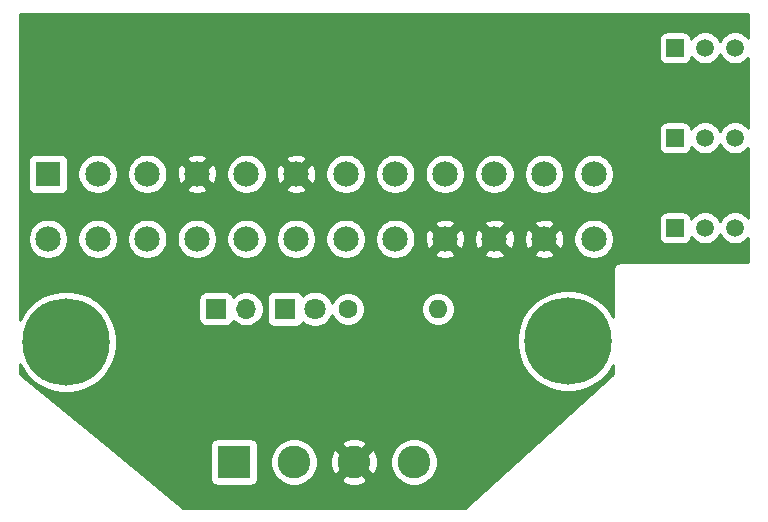
<source format=gbr>
%TF.GenerationSoftware,KiCad,Pcbnew,(5.1.6)-1*%
%TF.CreationDate,2022-09-12T11:24:02-04:00*%
%TF.ProjectId,A500-tower-power,41353030-2d74-46f7-9765-722d706f7765,rev?*%
%TF.SameCoordinates,Original*%
%TF.FileFunction,Copper,L2,Inr*%
%TF.FilePolarity,Positive*%
%FSLAX46Y46*%
G04 Gerber Fmt 4.6, Leading zero omitted, Abs format (unit mm)*
G04 Created by KiCad (PCBNEW (5.1.6)-1) date 2022-09-12 11:24:02*
%MOMM*%
%LPD*%
G01*
G04 APERTURE LIST*
%TA.AperFunction,ViaPad*%
%ADD10R,1.800000X1.800000*%
%TD*%
%TA.AperFunction,ViaPad*%
%ADD11C,1.800000*%
%TD*%
%TA.AperFunction,ViaPad*%
%ADD12C,7.400000*%
%TD*%
%TA.AperFunction,ViaPad*%
%ADD13C,0.800000*%
%TD*%
%TA.AperFunction,ViaPad*%
%ADD14R,2.150000X2.150000*%
%TD*%
%TA.AperFunction,ViaPad*%
%ADD15C,2.150000*%
%TD*%
%TA.AperFunction,ViaPad*%
%ADD16R,2.775000X2.775000*%
%TD*%
%TA.AperFunction,ViaPad*%
%ADD17C,2.775000*%
%TD*%
%TA.AperFunction,ViaPad*%
%ADD18R,1.700000X1.700000*%
%TD*%
%TA.AperFunction,ViaPad*%
%ADD19O,1.700000X1.700000*%
%TD*%
%TA.AperFunction,ViaPad*%
%ADD20R,1.500000X1.500000*%
%TD*%
%TA.AperFunction,ViaPad*%
%ADD21C,1.500000*%
%TD*%
%TA.AperFunction,ViaPad*%
%ADD22C,1.600000*%
%TD*%
%TA.AperFunction,ViaPad*%
%ADD23O,1.600000X1.600000*%
%TD*%
%TA.AperFunction,Conductor*%
%ADD24C,0.254000*%
%TD*%
G04 APERTURE END LIST*
D10*
%TO.N,/GND*%
%TO.C,D1*%
X149606000Y-105410000D03*
D11*
%TO.N,Net-(D1-Pad2)*%
X152146000Y-105410000D03*
%TD*%
D12*
%TO.N,N/C*%
%TO.C,H1*%
X131064000Y-108204000D03*
D13*
X133839000Y-108204000D03*
X133026221Y-110166221D03*
X131064000Y-110979000D03*
X129101779Y-110166221D03*
X128289000Y-108204000D03*
X129101779Y-106241779D03*
X131064000Y-105429000D03*
X133026221Y-106241779D03*
%TD*%
%TO.N,N/C*%
%TO.C,H2*%
X175514000Y-106172000D03*
X173551779Y-105359221D03*
X171589558Y-106172000D03*
X170776779Y-108134221D03*
X171589558Y-110096442D03*
X173551779Y-110909221D03*
X175514000Y-110096442D03*
X176326779Y-108134221D03*
D12*
X173551779Y-108134221D03*
%TD*%
D14*
%TO.N,/3.3V*%
%TO.C,J1*%
X129540000Y-93980000D03*
D15*
X133740000Y-93980000D03*
%TO.N,/GND*%
X137940000Y-93980000D03*
%TO.N,/5V*%
X142140000Y-93980000D03*
%TO.N,/GND*%
X146340000Y-93980000D03*
%TO.N,/5V*%
X150540000Y-93980000D03*
%TO.N,/GND*%
X154740000Y-93980000D03*
%TO.N,/PG*%
X158940000Y-93980000D03*
%TO.N,/5VSB*%
X163140000Y-93980000D03*
%TO.N,/12V*%
X167340000Y-93980000D03*
X171540000Y-93980000D03*
%TO.N,/3.3V*%
X175740000Y-93980000D03*
X129540000Y-99480000D03*
%TO.N,/-12V*%
X133740000Y-99480000D03*
%TO.N,/GND*%
X137940000Y-99480000D03*
%TO.N,/PS-ON*%
X142140000Y-99480000D03*
%TO.N,/GND*%
X146340000Y-99480000D03*
X150540000Y-99480000D03*
X154740000Y-99480000D03*
%TO.N,Net-(J1-Pad20)*%
X158940000Y-99480000D03*
%TO.N,/5V*%
X163140000Y-99480000D03*
X167340000Y-99480000D03*
X171540000Y-99480000D03*
%TO.N,/GND*%
X175740000Y-99480000D03*
%TD*%
D16*
%TO.N,/12V*%
%TO.C,J2*%
X145288000Y-118364000D03*
D17*
%TO.N,/-12V*%
X150368000Y-118364000D03*
%TO.N,/5V*%
X155448000Y-118364000D03*
%TO.N,/GND*%
X160528000Y-118364000D03*
%TD*%
D18*
%TO.N,/PS-ON*%
%TO.C,J3*%
X143764000Y-105410000D03*
D19*
%TO.N,/GND*%
X146304000Y-105410000D03*
%TD*%
D20*
%TO.N,Net-(J4-Pad1)*%
%TO.C,FAN1*%
X182626000Y-83312000D03*
D21*
%TO.N,/12V*%
X185166000Y-83312000D03*
%TO.N,/GND*%
X187706000Y-83312000D03*
%TD*%
%TO.N,/GND*%
%TO.C,FAN2*%
X187706000Y-90932000D03*
%TO.N,/12V*%
X185166000Y-90932000D03*
D20*
%TO.N,Net-(J5-Pad1)*%
X182626000Y-90932000D03*
%TD*%
%TO.N,Net-(J6-Pad1)*%
%TO.C,FAN3*%
X182626000Y-98552000D03*
D21*
%TO.N,/12V*%
X185166000Y-98552000D03*
%TO.N,/GND*%
X187706000Y-98552000D03*
%TD*%
D22*
%TO.N,Net-(D1-Pad2)*%
%TO.C,R1*%
X154940000Y-105410000D03*
D23*
%TO.N,/PG*%
X162560000Y-105410000D03*
%TD*%
D24*
%TO.N,/5V*%
G36*
X188824001Y-82492273D02*
G01*
X188781799Y-82429114D01*
X188588886Y-82236201D01*
X188362043Y-82084629D01*
X188109989Y-81980225D01*
X187842411Y-81927000D01*
X187569589Y-81927000D01*
X187302011Y-81980225D01*
X187049957Y-82084629D01*
X186823114Y-82236201D01*
X186630201Y-82429114D01*
X186478629Y-82655957D01*
X186436000Y-82758873D01*
X186393371Y-82655957D01*
X186241799Y-82429114D01*
X186048886Y-82236201D01*
X185822043Y-82084629D01*
X185569989Y-81980225D01*
X185302411Y-81927000D01*
X185029589Y-81927000D01*
X184762011Y-81980225D01*
X184509957Y-82084629D01*
X184283114Y-82236201D01*
X184090201Y-82429114D01*
X184012445Y-82545483D01*
X184001812Y-82437518D01*
X183965502Y-82317820D01*
X183906537Y-82207506D01*
X183827185Y-82110815D01*
X183730494Y-82031463D01*
X183620180Y-81972498D01*
X183500482Y-81936188D01*
X183376000Y-81923928D01*
X181876000Y-81923928D01*
X181751518Y-81936188D01*
X181631820Y-81972498D01*
X181521506Y-82031463D01*
X181424815Y-82110815D01*
X181345463Y-82207506D01*
X181286498Y-82317820D01*
X181250188Y-82437518D01*
X181237928Y-82562000D01*
X181237928Y-84062000D01*
X181250188Y-84186482D01*
X181286498Y-84306180D01*
X181345463Y-84416494D01*
X181424815Y-84513185D01*
X181521506Y-84592537D01*
X181631820Y-84651502D01*
X181751518Y-84687812D01*
X181876000Y-84700072D01*
X183376000Y-84700072D01*
X183500482Y-84687812D01*
X183620180Y-84651502D01*
X183730494Y-84592537D01*
X183827185Y-84513185D01*
X183906537Y-84416494D01*
X183965502Y-84306180D01*
X184001812Y-84186482D01*
X184012445Y-84078517D01*
X184090201Y-84194886D01*
X184283114Y-84387799D01*
X184509957Y-84539371D01*
X184762011Y-84643775D01*
X185029589Y-84697000D01*
X185302411Y-84697000D01*
X185569989Y-84643775D01*
X185822043Y-84539371D01*
X186048886Y-84387799D01*
X186241799Y-84194886D01*
X186393371Y-83968043D01*
X186436000Y-83865127D01*
X186478629Y-83968043D01*
X186630201Y-84194886D01*
X186823114Y-84387799D01*
X187049957Y-84539371D01*
X187302011Y-84643775D01*
X187569589Y-84697000D01*
X187842411Y-84697000D01*
X188109989Y-84643775D01*
X188362043Y-84539371D01*
X188588886Y-84387799D01*
X188781799Y-84194886D01*
X188824001Y-84131727D01*
X188824001Y-90112273D01*
X188781799Y-90049114D01*
X188588886Y-89856201D01*
X188362043Y-89704629D01*
X188109989Y-89600225D01*
X187842411Y-89547000D01*
X187569589Y-89547000D01*
X187302011Y-89600225D01*
X187049957Y-89704629D01*
X186823114Y-89856201D01*
X186630201Y-90049114D01*
X186478629Y-90275957D01*
X186436000Y-90378873D01*
X186393371Y-90275957D01*
X186241799Y-90049114D01*
X186048886Y-89856201D01*
X185822043Y-89704629D01*
X185569989Y-89600225D01*
X185302411Y-89547000D01*
X185029589Y-89547000D01*
X184762011Y-89600225D01*
X184509957Y-89704629D01*
X184283114Y-89856201D01*
X184090201Y-90049114D01*
X184012445Y-90165483D01*
X184001812Y-90057518D01*
X183965502Y-89937820D01*
X183906537Y-89827506D01*
X183827185Y-89730815D01*
X183730494Y-89651463D01*
X183620180Y-89592498D01*
X183500482Y-89556188D01*
X183376000Y-89543928D01*
X181876000Y-89543928D01*
X181751518Y-89556188D01*
X181631820Y-89592498D01*
X181521506Y-89651463D01*
X181424815Y-89730815D01*
X181345463Y-89827506D01*
X181286498Y-89937820D01*
X181250188Y-90057518D01*
X181237928Y-90182000D01*
X181237928Y-91682000D01*
X181250188Y-91806482D01*
X181286498Y-91926180D01*
X181345463Y-92036494D01*
X181424815Y-92133185D01*
X181521506Y-92212537D01*
X181631820Y-92271502D01*
X181751518Y-92307812D01*
X181876000Y-92320072D01*
X183376000Y-92320072D01*
X183500482Y-92307812D01*
X183620180Y-92271502D01*
X183730494Y-92212537D01*
X183827185Y-92133185D01*
X183906537Y-92036494D01*
X183965502Y-91926180D01*
X184001812Y-91806482D01*
X184012445Y-91698517D01*
X184090201Y-91814886D01*
X184283114Y-92007799D01*
X184509957Y-92159371D01*
X184762011Y-92263775D01*
X185029589Y-92317000D01*
X185302411Y-92317000D01*
X185569989Y-92263775D01*
X185822043Y-92159371D01*
X186048886Y-92007799D01*
X186241799Y-91814886D01*
X186393371Y-91588043D01*
X186436000Y-91485127D01*
X186478629Y-91588043D01*
X186630201Y-91814886D01*
X186823114Y-92007799D01*
X187049957Y-92159371D01*
X187302011Y-92263775D01*
X187569589Y-92317000D01*
X187842411Y-92317000D01*
X188109989Y-92263775D01*
X188362043Y-92159371D01*
X188588886Y-92007799D01*
X188781799Y-91814886D01*
X188824000Y-91751727D01*
X188824000Y-97732272D01*
X188781799Y-97669114D01*
X188588886Y-97476201D01*
X188362043Y-97324629D01*
X188109989Y-97220225D01*
X187842411Y-97167000D01*
X187569589Y-97167000D01*
X187302011Y-97220225D01*
X187049957Y-97324629D01*
X186823114Y-97476201D01*
X186630201Y-97669114D01*
X186478629Y-97895957D01*
X186436000Y-97998873D01*
X186393371Y-97895957D01*
X186241799Y-97669114D01*
X186048886Y-97476201D01*
X185822043Y-97324629D01*
X185569989Y-97220225D01*
X185302411Y-97167000D01*
X185029589Y-97167000D01*
X184762011Y-97220225D01*
X184509957Y-97324629D01*
X184283114Y-97476201D01*
X184090201Y-97669114D01*
X184012445Y-97785483D01*
X184001812Y-97677518D01*
X183965502Y-97557820D01*
X183906537Y-97447506D01*
X183827185Y-97350815D01*
X183730494Y-97271463D01*
X183620180Y-97212498D01*
X183500482Y-97176188D01*
X183376000Y-97163928D01*
X181876000Y-97163928D01*
X181751518Y-97176188D01*
X181631820Y-97212498D01*
X181521506Y-97271463D01*
X181424815Y-97350815D01*
X181345463Y-97447506D01*
X181286498Y-97557820D01*
X181250188Y-97677518D01*
X181237928Y-97802000D01*
X181237928Y-99302000D01*
X181250188Y-99426482D01*
X181286498Y-99546180D01*
X181345463Y-99656494D01*
X181424815Y-99753185D01*
X181521506Y-99832537D01*
X181631820Y-99891502D01*
X181751518Y-99927812D01*
X181876000Y-99940072D01*
X183376000Y-99940072D01*
X183500482Y-99927812D01*
X183620180Y-99891502D01*
X183730494Y-99832537D01*
X183827185Y-99753185D01*
X183906537Y-99656494D01*
X183965502Y-99546180D01*
X184001812Y-99426482D01*
X184012445Y-99318517D01*
X184090201Y-99434886D01*
X184283114Y-99627799D01*
X184509957Y-99779371D01*
X184762011Y-99883775D01*
X185029589Y-99937000D01*
X185302411Y-99937000D01*
X185569989Y-99883775D01*
X185822043Y-99779371D01*
X186048886Y-99627799D01*
X186241799Y-99434886D01*
X186393371Y-99208043D01*
X186436000Y-99105127D01*
X186478629Y-99208043D01*
X186630201Y-99434886D01*
X186823114Y-99627799D01*
X187049957Y-99779371D01*
X187302011Y-99883775D01*
X187569589Y-99937000D01*
X187842411Y-99937000D01*
X188109989Y-99883775D01*
X188362043Y-99779371D01*
X188588886Y-99627799D01*
X188781799Y-99434886D01*
X188824000Y-99371728D01*
X188824000Y-101448000D01*
X178086419Y-101448000D01*
X178054000Y-101444807D01*
X178021581Y-101448000D01*
X177924617Y-101457550D01*
X177800207Y-101495290D01*
X177685550Y-101556575D01*
X177585052Y-101639052D01*
X177502575Y-101739550D01*
X177441290Y-101854207D01*
X177403550Y-101978617D01*
X177390807Y-102108000D01*
X177394001Y-102140429D01*
X177394001Y-106082264D01*
X177393406Y-106080829D01*
X176918993Y-105370820D01*
X176315180Y-104767007D01*
X175605171Y-104292594D01*
X174816252Y-103965813D01*
X173978739Y-103799221D01*
X173124819Y-103799221D01*
X172287306Y-103965813D01*
X171498387Y-104292594D01*
X170788378Y-104767007D01*
X170184565Y-105370820D01*
X169710152Y-106080829D01*
X169383371Y-106869748D01*
X169216779Y-107707261D01*
X169216779Y-108561181D01*
X169383371Y-109398694D01*
X169710152Y-110187613D01*
X170184565Y-110897622D01*
X170788378Y-111501435D01*
X171498387Y-111975848D01*
X172287306Y-112302629D01*
X173124819Y-112469221D01*
X173978739Y-112469221D01*
X174816252Y-112302629D01*
X175605171Y-111975848D01*
X176315180Y-111501435D01*
X176918993Y-110897622D01*
X177393406Y-110187613D01*
X177394000Y-110186179D01*
X177394000Y-110958489D01*
X164846326Y-122276000D01*
X140952319Y-122276000D01*
X134500754Y-116976500D01*
X143262428Y-116976500D01*
X143262428Y-119751500D01*
X143274688Y-119875982D01*
X143310998Y-119995680D01*
X143369963Y-120105994D01*
X143449315Y-120202685D01*
X143546006Y-120282037D01*
X143656320Y-120341002D01*
X143776018Y-120377312D01*
X143900500Y-120389572D01*
X146675500Y-120389572D01*
X146799982Y-120377312D01*
X146919680Y-120341002D01*
X147029994Y-120282037D01*
X147126685Y-120202685D01*
X147206037Y-120105994D01*
X147265002Y-119995680D01*
X147301312Y-119875982D01*
X147313572Y-119751500D01*
X147313572Y-118164801D01*
X148345500Y-118164801D01*
X148345500Y-118563199D01*
X148423224Y-118953941D01*
X148575684Y-119322013D01*
X148797022Y-119653269D01*
X149078731Y-119934978D01*
X149409987Y-120156316D01*
X149778059Y-120308776D01*
X150168801Y-120386500D01*
X150567199Y-120386500D01*
X150957941Y-120308776D01*
X151326013Y-120156316D01*
X151657269Y-119934978D01*
X151724557Y-119867690D01*
X154330390Y-119867690D01*
X154485141Y-120153717D01*
X154852799Y-120307173D01*
X155243330Y-120385953D01*
X155641726Y-120387031D01*
X156032677Y-120310365D01*
X156401160Y-120158901D01*
X156410859Y-120153717D01*
X156565610Y-119867690D01*
X155448000Y-118750080D01*
X154330390Y-119867690D01*
X151724557Y-119867690D01*
X151938978Y-119653269D01*
X152160316Y-119322013D01*
X152312776Y-118953941D01*
X152390500Y-118563199D01*
X152390500Y-118557726D01*
X153424969Y-118557726D01*
X153501635Y-118948677D01*
X153653099Y-119317160D01*
X153658283Y-119326859D01*
X153944310Y-119481610D01*
X155061920Y-118364000D01*
X155834080Y-118364000D01*
X156951690Y-119481610D01*
X157237717Y-119326859D01*
X157391173Y-118959201D01*
X157469953Y-118568670D01*
X157471031Y-118170274D01*
X157469958Y-118164801D01*
X158505500Y-118164801D01*
X158505500Y-118563199D01*
X158583224Y-118953941D01*
X158735684Y-119322013D01*
X158957022Y-119653269D01*
X159238731Y-119934978D01*
X159569987Y-120156316D01*
X159938059Y-120308776D01*
X160328801Y-120386500D01*
X160727199Y-120386500D01*
X161117941Y-120308776D01*
X161486013Y-120156316D01*
X161817269Y-119934978D01*
X162098978Y-119653269D01*
X162320316Y-119322013D01*
X162472776Y-118953941D01*
X162550500Y-118563199D01*
X162550500Y-118164801D01*
X162472776Y-117774059D01*
X162320316Y-117405987D01*
X162098978Y-117074731D01*
X161817269Y-116793022D01*
X161486013Y-116571684D01*
X161117941Y-116419224D01*
X160727199Y-116341500D01*
X160328801Y-116341500D01*
X159938059Y-116419224D01*
X159569987Y-116571684D01*
X159238731Y-116793022D01*
X158957022Y-117074731D01*
X158735684Y-117405987D01*
X158583224Y-117774059D01*
X158505500Y-118164801D01*
X157469958Y-118164801D01*
X157394365Y-117779323D01*
X157242901Y-117410840D01*
X157237717Y-117401141D01*
X156951690Y-117246390D01*
X155834080Y-118364000D01*
X155061920Y-118364000D01*
X153944310Y-117246390D01*
X153658283Y-117401141D01*
X153504827Y-117768799D01*
X153426047Y-118159330D01*
X153424969Y-118557726D01*
X152390500Y-118557726D01*
X152390500Y-118164801D01*
X152312776Y-117774059D01*
X152160316Y-117405987D01*
X151938978Y-117074731D01*
X151724557Y-116860310D01*
X154330390Y-116860310D01*
X155448000Y-117977920D01*
X156565610Y-116860310D01*
X156410859Y-116574283D01*
X156043201Y-116420827D01*
X155652670Y-116342047D01*
X155254274Y-116340969D01*
X154863323Y-116417635D01*
X154494840Y-116569099D01*
X154485141Y-116574283D01*
X154330390Y-116860310D01*
X151724557Y-116860310D01*
X151657269Y-116793022D01*
X151326013Y-116571684D01*
X150957941Y-116419224D01*
X150567199Y-116341500D01*
X150168801Y-116341500D01*
X149778059Y-116419224D01*
X149409987Y-116571684D01*
X149078731Y-116793022D01*
X148797022Y-117074731D01*
X148575684Y-117405987D01*
X148423224Y-117774059D01*
X148345500Y-118164801D01*
X147313572Y-118164801D01*
X147313572Y-116976500D01*
X147301312Y-116852018D01*
X147265002Y-116732320D01*
X147206037Y-116622006D01*
X147126685Y-116525315D01*
X147029994Y-116445963D01*
X146919680Y-116386998D01*
X146799982Y-116350688D01*
X146675500Y-116338428D01*
X143900500Y-116338428D01*
X143776018Y-116350688D01*
X143656320Y-116386998D01*
X143546006Y-116445963D01*
X143449315Y-116525315D01*
X143369963Y-116622006D01*
X143310998Y-116732320D01*
X143274688Y-116852018D01*
X143262428Y-116976500D01*
X134500754Y-116976500D01*
X127152000Y-110940025D01*
X127152000Y-110087497D01*
X127222373Y-110257392D01*
X127696786Y-110967401D01*
X128300599Y-111571214D01*
X129010608Y-112045627D01*
X129799527Y-112372408D01*
X130637040Y-112539000D01*
X131490960Y-112539000D01*
X132328473Y-112372408D01*
X133117392Y-112045627D01*
X133827401Y-111571214D01*
X134431214Y-110967401D01*
X134905627Y-110257392D01*
X135232408Y-109468473D01*
X135399000Y-108630960D01*
X135399000Y-107777040D01*
X135232408Y-106939527D01*
X134905627Y-106150608D01*
X134431214Y-105440599D01*
X133827401Y-104836786D01*
X133413162Y-104560000D01*
X142275928Y-104560000D01*
X142275928Y-106260000D01*
X142288188Y-106384482D01*
X142324498Y-106504180D01*
X142383463Y-106614494D01*
X142462815Y-106711185D01*
X142559506Y-106790537D01*
X142669820Y-106849502D01*
X142789518Y-106885812D01*
X142914000Y-106898072D01*
X144614000Y-106898072D01*
X144738482Y-106885812D01*
X144858180Y-106849502D01*
X144968494Y-106790537D01*
X145065185Y-106711185D01*
X145144537Y-106614494D01*
X145203502Y-106504180D01*
X145225513Y-106431620D01*
X145357368Y-106563475D01*
X145600589Y-106725990D01*
X145870842Y-106837932D01*
X146157740Y-106895000D01*
X146450260Y-106895000D01*
X146737158Y-106837932D01*
X147007411Y-106725990D01*
X147250632Y-106563475D01*
X147457475Y-106356632D01*
X147619990Y-106113411D01*
X147731932Y-105843158D01*
X147789000Y-105556260D01*
X147789000Y-105263740D01*
X147731932Y-104976842D01*
X147619990Y-104706589D01*
X147488634Y-104510000D01*
X148067928Y-104510000D01*
X148067928Y-106310000D01*
X148080188Y-106434482D01*
X148116498Y-106554180D01*
X148175463Y-106664494D01*
X148254815Y-106761185D01*
X148351506Y-106840537D01*
X148461820Y-106899502D01*
X148581518Y-106935812D01*
X148706000Y-106948072D01*
X150506000Y-106948072D01*
X150630482Y-106935812D01*
X150750180Y-106899502D01*
X150860494Y-106840537D01*
X150957185Y-106761185D01*
X151036537Y-106664494D01*
X151095502Y-106554180D01*
X151101056Y-106535873D01*
X151167495Y-106602312D01*
X151418905Y-106770299D01*
X151698257Y-106886011D01*
X151994816Y-106945000D01*
X152297184Y-106945000D01*
X152593743Y-106886011D01*
X152873095Y-106770299D01*
X153124505Y-106602312D01*
X153338312Y-106388505D01*
X153506299Y-106137095D01*
X153597120Y-105917835D01*
X153668320Y-106089727D01*
X153825363Y-106324759D01*
X154025241Y-106524637D01*
X154260273Y-106681680D01*
X154521426Y-106789853D01*
X154798665Y-106845000D01*
X155081335Y-106845000D01*
X155358574Y-106789853D01*
X155619727Y-106681680D01*
X155854759Y-106524637D01*
X156054637Y-106324759D01*
X156211680Y-106089727D01*
X156319853Y-105828574D01*
X156375000Y-105551335D01*
X156375000Y-105268665D01*
X161125000Y-105268665D01*
X161125000Y-105551335D01*
X161180147Y-105828574D01*
X161288320Y-106089727D01*
X161445363Y-106324759D01*
X161645241Y-106524637D01*
X161880273Y-106681680D01*
X162141426Y-106789853D01*
X162418665Y-106845000D01*
X162701335Y-106845000D01*
X162978574Y-106789853D01*
X163239727Y-106681680D01*
X163474759Y-106524637D01*
X163674637Y-106324759D01*
X163831680Y-106089727D01*
X163939853Y-105828574D01*
X163995000Y-105551335D01*
X163995000Y-105268665D01*
X163939853Y-104991426D01*
X163831680Y-104730273D01*
X163674637Y-104495241D01*
X163474759Y-104295363D01*
X163239727Y-104138320D01*
X162978574Y-104030147D01*
X162701335Y-103975000D01*
X162418665Y-103975000D01*
X162141426Y-104030147D01*
X161880273Y-104138320D01*
X161645241Y-104295363D01*
X161445363Y-104495241D01*
X161288320Y-104730273D01*
X161180147Y-104991426D01*
X161125000Y-105268665D01*
X156375000Y-105268665D01*
X156319853Y-104991426D01*
X156211680Y-104730273D01*
X156054637Y-104495241D01*
X155854759Y-104295363D01*
X155619727Y-104138320D01*
X155358574Y-104030147D01*
X155081335Y-103975000D01*
X154798665Y-103975000D01*
X154521426Y-104030147D01*
X154260273Y-104138320D01*
X154025241Y-104295363D01*
X153825363Y-104495241D01*
X153668320Y-104730273D01*
X153597120Y-104902165D01*
X153506299Y-104682905D01*
X153338312Y-104431495D01*
X153124505Y-104217688D01*
X152873095Y-104049701D01*
X152593743Y-103933989D01*
X152297184Y-103875000D01*
X151994816Y-103875000D01*
X151698257Y-103933989D01*
X151418905Y-104049701D01*
X151167495Y-104217688D01*
X151101056Y-104284127D01*
X151095502Y-104265820D01*
X151036537Y-104155506D01*
X150957185Y-104058815D01*
X150860494Y-103979463D01*
X150750180Y-103920498D01*
X150630482Y-103884188D01*
X150506000Y-103871928D01*
X148706000Y-103871928D01*
X148581518Y-103884188D01*
X148461820Y-103920498D01*
X148351506Y-103979463D01*
X148254815Y-104058815D01*
X148175463Y-104155506D01*
X148116498Y-104265820D01*
X148080188Y-104385518D01*
X148067928Y-104510000D01*
X147488634Y-104510000D01*
X147457475Y-104463368D01*
X147250632Y-104256525D01*
X147007411Y-104094010D01*
X146737158Y-103982068D01*
X146450260Y-103925000D01*
X146157740Y-103925000D01*
X145870842Y-103982068D01*
X145600589Y-104094010D01*
X145357368Y-104256525D01*
X145225513Y-104388380D01*
X145203502Y-104315820D01*
X145144537Y-104205506D01*
X145065185Y-104108815D01*
X144968494Y-104029463D01*
X144858180Y-103970498D01*
X144738482Y-103934188D01*
X144614000Y-103921928D01*
X142914000Y-103921928D01*
X142789518Y-103934188D01*
X142669820Y-103970498D01*
X142559506Y-104029463D01*
X142462815Y-104108815D01*
X142383463Y-104205506D01*
X142324498Y-104315820D01*
X142288188Y-104435518D01*
X142275928Y-104560000D01*
X133413162Y-104560000D01*
X133117392Y-104362373D01*
X132328473Y-104035592D01*
X131490960Y-103869000D01*
X130637040Y-103869000D01*
X129799527Y-104035592D01*
X129010608Y-104362373D01*
X128300599Y-104836786D01*
X127696786Y-105440599D01*
X127222373Y-106150608D01*
X127152000Y-106320503D01*
X127152000Y-99311580D01*
X127830000Y-99311580D01*
X127830000Y-99648420D01*
X127895714Y-99978789D01*
X128024618Y-100289989D01*
X128211756Y-100570061D01*
X128449939Y-100808244D01*
X128730011Y-100995382D01*
X129041211Y-101124286D01*
X129371580Y-101190000D01*
X129708420Y-101190000D01*
X130038789Y-101124286D01*
X130349989Y-100995382D01*
X130630061Y-100808244D01*
X130868244Y-100570061D01*
X131055382Y-100289989D01*
X131184286Y-99978789D01*
X131250000Y-99648420D01*
X131250000Y-99311580D01*
X132030000Y-99311580D01*
X132030000Y-99648420D01*
X132095714Y-99978789D01*
X132224618Y-100289989D01*
X132411756Y-100570061D01*
X132649939Y-100808244D01*
X132930011Y-100995382D01*
X133241211Y-101124286D01*
X133571580Y-101190000D01*
X133908420Y-101190000D01*
X134238789Y-101124286D01*
X134549989Y-100995382D01*
X134830061Y-100808244D01*
X135068244Y-100570061D01*
X135255382Y-100289989D01*
X135384286Y-99978789D01*
X135450000Y-99648420D01*
X135450000Y-99311580D01*
X136230000Y-99311580D01*
X136230000Y-99648420D01*
X136295714Y-99978789D01*
X136424618Y-100289989D01*
X136611756Y-100570061D01*
X136849939Y-100808244D01*
X137130011Y-100995382D01*
X137441211Y-101124286D01*
X137771580Y-101190000D01*
X138108420Y-101190000D01*
X138438789Y-101124286D01*
X138749989Y-100995382D01*
X139030061Y-100808244D01*
X139268244Y-100570061D01*
X139455382Y-100289989D01*
X139584286Y-99978789D01*
X139650000Y-99648420D01*
X139650000Y-99311580D01*
X140430000Y-99311580D01*
X140430000Y-99648420D01*
X140495714Y-99978789D01*
X140624618Y-100289989D01*
X140811756Y-100570061D01*
X141049939Y-100808244D01*
X141330011Y-100995382D01*
X141641211Y-101124286D01*
X141971580Y-101190000D01*
X142308420Y-101190000D01*
X142638789Y-101124286D01*
X142949989Y-100995382D01*
X143230061Y-100808244D01*
X143468244Y-100570061D01*
X143655382Y-100289989D01*
X143784286Y-99978789D01*
X143850000Y-99648420D01*
X143850000Y-99311580D01*
X144630000Y-99311580D01*
X144630000Y-99648420D01*
X144695714Y-99978789D01*
X144824618Y-100289989D01*
X145011756Y-100570061D01*
X145249939Y-100808244D01*
X145530011Y-100995382D01*
X145841211Y-101124286D01*
X146171580Y-101190000D01*
X146508420Y-101190000D01*
X146838789Y-101124286D01*
X147149989Y-100995382D01*
X147430061Y-100808244D01*
X147668244Y-100570061D01*
X147855382Y-100289989D01*
X147984286Y-99978789D01*
X148050000Y-99648420D01*
X148050000Y-99311580D01*
X148830000Y-99311580D01*
X148830000Y-99648420D01*
X148895714Y-99978789D01*
X149024618Y-100289989D01*
X149211756Y-100570061D01*
X149449939Y-100808244D01*
X149730011Y-100995382D01*
X150041211Y-101124286D01*
X150371580Y-101190000D01*
X150708420Y-101190000D01*
X151038789Y-101124286D01*
X151349989Y-100995382D01*
X151630061Y-100808244D01*
X151868244Y-100570061D01*
X152055382Y-100289989D01*
X152184286Y-99978789D01*
X152250000Y-99648420D01*
X152250000Y-99311580D01*
X153030000Y-99311580D01*
X153030000Y-99648420D01*
X153095714Y-99978789D01*
X153224618Y-100289989D01*
X153411756Y-100570061D01*
X153649939Y-100808244D01*
X153930011Y-100995382D01*
X154241211Y-101124286D01*
X154571580Y-101190000D01*
X154908420Y-101190000D01*
X155238789Y-101124286D01*
X155549989Y-100995382D01*
X155830061Y-100808244D01*
X156068244Y-100570061D01*
X156255382Y-100289989D01*
X156384286Y-99978789D01*
X156450000Y-99648420D01*
X156450000Y-99311580D01*
X157230000Y-99311580D01*
X157230000Y-99648420D01*
X157295714Y-99978789D01*
X157424618Y-100289989D01*
X157611756Y-100570061D01*
X157849939Y-100808244D01*
X158130011Y-100995382D01*
X158441211Y-101124286D01*
X158771580Y-101190000D01*
X159108420Y-101190000D01*
X159438789Y-101124286D01*
X159749989Y-100995382D01*
X160030061Y-100808244D01*
X160079543Y-100758762D01*
X162247318Y-100758762D01*
X162363715Y-101012921D01*
X162677689Y-101134912D01*
X163009429Y-101193306D01*
X163346187Y-101185859D01*
X163675022Y-101112857D01*
X163916285Y-101012921D01*
X164032682Y-100758762D01*
X166447318Y-100758762D01*
X166563715Y-101012921D01*
X166877689Y-101134912D01*
X167209429Y-101193306D01*
X167546187Y-101185859D01*
X167875022Y-101112857D01*
X168116285Y-101012921D01*
X168232682Y-100758762D01*
X170647318Y-100758762D01*
X170763715Y-101012921D01*
X171077689Y-101134912D01*
X171409429Y-101193306D01*
X171746187Y-101185859D01*
X172075022Y-101112857D01*
X172316285Y-101012921D01*
X172432682Y-100758762D01*
X171540000Y-99866080D01*
X170647318Y-100758762D01*
X168232682Y-100758762D01*
X167340000Y-99866080D01*
X166447318Y-100758762D01*
X164032682Y-100758762D01*
X163140000Y-99866080D01*
X162247318Y-100758762D01*
X160079543Y-100758762D01*
X160268244Y-100570061D01*
X160455382Y-100289989D01*
X160584286Y-99978789D01*
X160650000Y-99648420D01*
X160650000Y-99349429D01*
X161426694Y-99349429D01*
X161434141Y-99686187D01*
X161507143Y-100015022D01*
X161607079Y-100256285D01*
X161861238Y-100372682D01*
X162753920Y-99480000D01*
X163526080Y-99480000D01*
X164418762Y-100372682D01*
X164672921Y-100256285D01*
X164794912Y-99942311D01*
X164853306Y-99610571D01*
X164847532Y-99349429D01*
X165626694Y-99349429D01*
X165634141Y-99686187D01*
X165707143Y-100015022D01*
X165807079Y-100256285D01*
X166061238Y-100372682D01*
X166953920Y-99480000D01*
X167726080Y-99480000D01*
X168618762Y-100372682D01*
X168872921Y-100256285D01*
X168994912Y-99942311D01*
X169053306Y-99610571D01*
X169047532Y-99349429D01*
X169826694Y-99349429D01*
X169834141Y-99686187D01*
X169907143Y-100015022D01*
X170007079Y-100256285D01*
X170261238Y-100372682D01*
X171153920Y-99480000D01*
X171926080Y-99480000D01*
X172818762Y-100372682D01*
X173072921Y-100256285D01*
X173194912Y-99942311D01*
X173253306Y-99610571D01*
X173246695Y-99311580D01*
X174030000Y-99311580D01*
X174030000Y-99648420D01*
X174095714Y-99978789D01*
X174224618Y-100289989D01*
X174411756Y-100570061D01*
X174649939Y-100808244D01*
X174930011Y-100995382D01*
X175241211Y-101124286D01*
X175571580Y-101190000D01*
X175908420Y-101190000D01*
X176238789Y-101124286D01*
X176549989Y-100995382D01*
X176830061Y-100808244D01*
X177068244Y-100570061D01*
X177255382Y-100289989D01*
X177384286Y-99978789D01*
X177450000Y-99648420D01*
X177450000Y-99311580D01*
X177384286Y-98981211D01*
X177255382Y-98670011D01*
X177068244Y-98389939D01*
X176830061Y-98151756D01*
X176549989Y-97964618D01*
X176238789Y-97835714D01*
X175908420Y-97770000D01*
X175571580Y-97770000D01*
X175241211Y-97835714D01*
X174930011Y-97964618D01*
X174649939Y-98151756D01*
X174411756Y-98389939D01*
X174224618Y-98670011D01*
X174095714Y-98981211D01*
X174030000Y-99311580D01*
X173246695Y-99311580D01*
X173245859Y-99273813D01*
X173172857Y-98944978D01*
X173072921Y-98703715D01*
X172818762Y-98587318D01*
X171926080Y-99480000D01*
X171153920Y-99480000D01*
X170261238Y-98587318D01*
X170007079Y-98703715D01*
X169885088Y-99017689D01*
X169826694Y-99349429D01*
X169047532Y-99349429D01*
X169045859Y-99273813D01*
X168972857Y-98944978D01*
X168872921Y-98703715D01*
X168618762Y-98587318D01*
X167726080Y-99480000D01*
X166953920Y-99480000D01*
X166061238Y-98587318D01*
X165807079Y-98703715D01*
X165685088Y-99017689D01*
X165626694Y-99349429D01*
X164847532Y-99349429D01*
X164845859Y-99273813D01*
X164772857Y-98944978D01*
X164672921Y-98703715D01*
X164418762Y-98587318D01*
X163526080Y-99480000D01*
X162753920Y-99480000D01*
X161861238Y-98587318D01*
X161607079Y-98703715D01*
X161485088Y-99017689D01*
X161426694Y-99349429D01*
X160650000Y-99349429D01*
X160650000Y-99311580D01*
X160584286Y-98981211D01*
X160455382Y-98670011D01*
X160268244Y-98389939D01*
X160079543Y-98201238D01*
X162247318Y-98201238D01*
X163140000Y-99093920D01*
X164032682Y-98201238D01*
X166447318Y-98201238D01*
X167340000Y-99093920D01*
X168232682Y-98201238D01*
X170647318Y-98201238D01*
X171540000Y-99093920D01*
X172432682Y-98201238D01*
X172316285Y-97947079D01*
X172002311Y-97825088D01*
X171670571Y-97766694D01*
X171333813Y-97774141D01*
X171004978Y-97847143D01*
X170763715Y-97947079D01*
X170647318Y-98201238D01*
X168232682Y-98201238D01*
X168116285Y-97947079D01*
X167802311Y-97825088D01*
X167470571Y-97766694D01*
X167133813Y-97774141D01*
X166804978Y-97847143D01*
X166563715Y-97947079D01*
X166447318Y-98201238D01*
X164032682Y-98201238D01*
X163916285Y-97947079D01*
X163602311Y-97825088D01*
X163270571Y-97766694D01*
X162933813Y-97774141D01*
X162604978Y-97847143D01*
X162363715Y-97947079D01*
X162247318Y-98201238D01*
X160079543Y-98201238D01*
X160030061Y-98151756D01*
X159749989Y-97964618D01*
X159438789Y-97835714D01*
X159108420Y-97770000D01*
X158771580Y-97770000D01*
X158441211Y-97835714D01*
X158130011Y-97964618D01*
X157849939Y-98151756D01*
X157611756Y-98389939D01*
X157424618Y-98670011D01*
X157295714Y-98981211D01*
X157230000Y-99311580D01*
X156450000Y-99311580D01*
X156384286Y-98981211D01*
X156255382Y-98670011D01*
X156068244Y-98389939D01*
X155830061Y-98151756D01*
X155549989Y-97964618D01*
X155238789Y-97835714D01*
X154908420Y-97770000D01*
X154571580Y-97770000D01*
X154241211Y-97835714D01*
X153930011Y-97964618D01*
X153649939Y-98151756D01*
X153411756Y-98389939D01*
X153224618Y-98670011D01*
X153095714Y-98981211D01*
X153030000Y-99311580D01*
X152250000Y-99311580D01*
X152184286Y-98981211D01*
X152055382Y-98670011D01*
X151868244Y-98389939D01*
X151630061Y-98151756D01*
X151349989Y-97964618D01*
X151038789Y-97835714D01*
X150708420Y-97770000D01*
X150371580Y-97770000D01*
X150041211Y-97835714D01*
X149730011Y-97964618D01*
X149449939Y-98151756D01*
X149211756Y-98389939D01*
X149024618Y-98670011D01*
X148895714Y-98981211D01*
X148830000Y-99311580D01*
X148050000Y-99311580D01*
X147984286Y-98981211D01*
X147855382Y-98670011D01*
X147668244Y-98389939D01*
X147430061Y-98151756D01*
X147149989Y-97964618D01*
X146838789Y-97835714D01*
X146508420Y-97770000D01*
X146171580Y-97770000D01*
X145841211Y-97835714D01*
X145530011Y-97964618D01*
X145249939Y-98151756D01*
X145011756Y-98389939D01*
X144824618Y-98670011D01*
X144695714Y-98981211D01*
X144630000Y-99311580D01*
X143850000Y-99311580D01*
X143784286Y-98981211D01*
X143655382Y-98670011D01*
X143468244Y-98389939D01*
X143230061Y-98151756D01*
X142949989Y-97964618D01*
X142638789Y-97835714D01*
X142308420Y-97770000D01*
X141971580Y-97770000D01*
X141641211Y-97835714D01*
X141330011Y-97964618D01*
X141049939Y-98151756D01*
X140811756Y-98389939D01*
X140624618Y-98670011D01*
X140495714Y-98981211D01*
X140430000Y-99311580D01*
X139650000Y-99311580D01*
X139584286Y-98981211D01*
X139455382Y-98670011D01*
X139268244Y-98389939D01*
X139030061Y-98151756D01*
X138749989Y-97964618D01*
X138438789Y-97835714D01*
X138108420Y-97770000D01*
X137771580Y-97770000D01*
X137441211Y-97835714D01*
X137130011Y-97964618D01*
X136849939Y-98151756D01*
X136611756Y-98389939D01*
X136424618Y-98670011D01*
X136295714Y-98981211D01*
X136230000Y-99311580D01*
X135450000Y-99311580D01*
X135384286Y-98981211D01*
X135255382Y-98670011D01*
X135068244Y-98389939D01*
X134830061Y-98151756D01*
X134549989Y-97964618D01*
X134238789Y-97835714D01*
X133908420Y-97770000D01*
X133571580Y-97770000D01*
X133241211Y-97835714D01*
X132930011Y-97964618D01*
X132649939Y-98151756D01*
X132411756Y-98389939D01*
X132224618Y-98670011D01*
X132095714Y-98981211D01*
X132030000Y-99311580D01*
X131250000Y-99311580D01*
X131184286Y-98981211D01*
X131055382Y-98670011D01*
X130868244Y-98389939D01*
X130630061Y-98151756D01*
X130349989Y-97964618D01*
X130038789Y-97835714D01*
X129708420Y-97770000D01*
X129371580Y-97770000D01*
X129041211Y-97835714D01*
X128730011Y-97964618D01*
X128449939Y-98151756D01*
X128211756Y-98389939D01*
X128024618Y-98670011D01*
X127895714Y-98981211D01*
X127830000Y-99311580D01*
X127152000Y-99311580D01*
X127152000Y-92905000D01*
X127826928Y-92905000D01*
X127826928Y-95055000D01*
X127839188Y-95179482D01*
X127875498Y-95299180D01*
X127934463Y-95409494D01*
X128013815Y-95506185D01*
X128110506Y-95585537D01*
X128220820Y-95644502D01*
X128340518Y-95680812D01*
X128465000Y-95693072D01*
X130615000Y-95693072D01*
X130739482Y-95680812D01*
X130859180Y-95644502D01*
X130969494Y-95585537D01*
X131066185Y-95506185D01*
X131145537Y-95409494D01*
X131204502Y-95299180D01*
X131240812Y-95179482D01*
X131253072Y-95055000D01*
X131253072Y-93811580D01*
X132030000Y-93811580D01*
X132030000Y-94148420D01*
X132095714Y-94478789D01*
X132224618Y-94789989D01*
X132411756Y-95070061D01*
X132649939Y-95308244D01*
X132930011Y-95495382D01*
X133241211Y-95624286D01*
X133571580Y-95690000D01*
X133908420Y-95690000D01*
X134238789Y-95624286D01*
X134549989Y-95495382D01*
X134830061Y-95308244D01*
X135068244Y-95070061D01*
X135255382Y-94789989D01*
X135384286Y-94478789D01*
X135450000Y-94148420D01*
X135450000Y-93811580D01*
X136230000Y-93811580D01*
X136230000Y-94148420D01*
X136295714Y-94478789D01*
X136424618Y-94789989D01*
X136611756Y-95070061D01*
X136849939Y-95308244D01*
X137130011Y-95495382D01*
X137441211Y-95624286D01*
X137771580Y-95690000D01*
X138108420Y-95690000D01*
X138438789Y-95624286D01*
X138749989Y-95495382D01*
X139030061Y-95308244D01*
X139079543Y-95258762D01*
X141247318Y-95258762D01*
X141363715Y-95512921D01*
X141677689Y-95634912D01*
X142009429Y-95693306D01*
X142346187Y-95685859D01*
X142675022Y-95612857D01*
X142916285Y-95512921D01*
X143032682Y-95258762D01*
X142140000Y-94366080D01*
X141247318Y-95258762D01*
X139079543Y-95258762D01*
X139268244Y-95070061D01*
X139455382Y-94789989D01*
X139584286Y-94478789D01*
X139650000Y-94148420D01*
X139650000Y-93849429D01*
X140426694Y-93849429D01*
X140434141Y-94186187D01*
X140507143Y-94515022D01*
X140607079Y-94756285D01*
X140861238Y-94872682D01*
X141753920Y-93980000D01*
X142526080Y-93980000D01*
X143418762Y-94872682D01*
X143672921Y-94756285D01*
X143794912Y-94442311D01*
X143853306Y-94110571D01*
X143846695Y-93811580D01*
X144630000Y-93811580D01*
X144630000Y-94148420D01*
X144695714Y-94478789D01*
X144824618Y-94789989D01*
X145011756Y-95070061D01*
X145249939Y-95308244D01*
X145530011Y-95495382D01*
X145841211Y-95624286D01*
X146171580Y-95690000D01*
X146508420Y-95690000D01*
X146838789Y-95624286D01*
X147149989Y-95495382D01*
X147430061Y-95308244D01*
X147479543Y-95258762D01*
X149647318Y-95258762D01*
X149763715Y-95512921D01*
X150077689Y-95634912D01*
X150409429Y-95693306D01*
X150746187Y-95685859D01*
X151075022Y-95612857D01*
X151316285Y-95512921D01*
X151432682Y-95258762D01*
X150540000Y-94366080D01*
X149647318Y-95258762D01*
X147479543Y-95258762D01*
X147668244Y-95070061D01*
X147855382Y-94789989D01*
X147984286Y-94478789D01*
X148050000Y-94148420D01*
X148050000Y-93849429D01*
X148826694Y-93849429D01*
X148834141Y-94186187D01*
X148907143Y-94515022D01*
X149007079Y-94756285D01*
X149261238Y-94872682D01*
X150153920Y-93980000D01*
X150926080Y-93980000D01*
X151818762Y-94872682D01*
X152072921Y-94756285D01*
X152194912Y-94442311D01*
X152253306Y-94110571D01*
X152246695Y-93811580D01*
X153030000Y-93811580D01*
X153030000Y-94148420D01*
X153095714Y-94478789D01*
X153224618Y-94789989D01*
X153411756Y-95070061D01*
X153649939Y-95308244D01*
X153930011Y-95495382D01*
X154241211Y-95624286D01*
X154571580Y-95690000D01*
X154908420Y-95690000D01*
X155238789Y-95624286D01*
X155549989Y-95495382D01*
X155830061Y-95308244D01*
X156068244Y-95070061D01*
X156255382Y-94789989D01*
X156384286Y-94478789D01*
X156450000Y-94148420D01*
X156450000Y-93811580D01*
X157230000Y-93811580D01*
X157230000Y-94148420D01*
X157295714Y-94478789D01*
X157424618Y-94789989D01*
X157611756Y-95070061D01*
X157849939Y-95308244D01*
X158130011Y-95495382D01*
X158441211Y-95624286D01*
X158771580Y-95690000D01*
X159108420Y-95690000D01*
X159438789Y-95624286D01*
X159749989Y-95495382D01*
X160030061Y-95308244D01*
X160268244Y-95070061D01*
X160455382Y-94789989D01*
X160584286Y-94478789D01*
X160650000Y-94148420D01*
X160650000Y-93811580D01*
X161430000Y-93811580D01*
X161430000Y-94148420D01*
X161495714Y-94478789D01*
X161624618Y-94789989D01*
X161811756Y-95070061D01*
X162049939Y-95308244D01*
X162330011Y-95495382D01*
X162641211Y-95624286D01*
X162971580Y-95690000D01*
X163308420Y-95690000D01*
X163638789Y-95624286D01*
X163949989Y-95495382D01*
X164230061Y-95308244D01*
X164468244Y-95070061D01*
X164655382Y-94789989D01*
X164784286Y-94478789D01*
X164850000Y-94148420D01*
X164850000Y-93811580D01*
X165630000Y-93811580D01*
X165630000Y-94148420D01*
X165695714Y-94478789D01*
X165824618Y-94789989D01*
X166011756Y-95070061D01*
X166249939Y-95308244D01*
X166530011Y-95495382D01*
X166841211Y-95624286D01*
X167171580Y-95690000D01*
X167508420Y-95690000D01*
X167838789Y-95624286D01*
X168149989Y-95495382D01*
X168430061Y-95308244D01*
X168668244Y-95070061D01*
X168855382Y-94789989D01*
X168984286Y-94478789D01*
X169050000Y-94148420D01*
X169050000Y-93811580D01*
X169830000Y-93811580D01*
X169830000Y-94148420D01*
X169895714Y-94478789D01*
X170024618Y-94789989D01*
X170211756Y-95070061D01*
X170449939Y-95308244D01*
X170730011Y-95495382D01*
X171041211Y-95624286D01*
X171371580Y-95690000D01*
X171708420Y-95690000D01*
X172038789Y-95624286D01*
X172349989Y-95495382D01*
X172630061Y-95308244D01*
X172868244Y-95070061D01*
X173055382Y-94789989D01*
X173184286Y-94478789D01*
X173250000Y-94148420D01*
X173250000Y-93811580D01*
X174030000Y-93811580D01*
X174030000Y-94148420D01*
X174095714Y-94478789D01*
X174224618Y-94789989D01*
X174411756Y-95070061D01*
X174649939Y-95308244D01*
X174930011Y-95495382D01*
X175241211Y-95624286D01*
X175571580Y-95690000D01*
X175908420Y-95690000D01*
X176238789Y-95624286D01*
X176549989Y-95495382D01*
X176830061Y-95308244D01*
X177068244Y-95070061D01*
X177255382Y-94789989D01*
X177384286Y-94478789D01*
X177450000Y-94148420D01*
X177450000Y-93811580D01*
X177384286Y-93481211D01*
X177255382Y-93170011D01*
X177068244Y-92889939D01*
X176830061Y-92651756D01*
X176549989Y-92464618D01*
X176238789Y-92335714D01*
X175908420Y-92270000D01*
X175571580Y-92270000D01*
X175241211Y-92335714D01*
X174930011Y-92464618D01*
X174649939Y-92651756D01*
X174411756Y-92889939D01*
X174224618Y-93170011D01*
X174095714Y-93481211D01*
X174030000Y-93811580D01*
X173250000Y-93811580D01*
X173184286Y-93481211D01*
X173055382Y-93170011D01*
X172868244Y-92889939D01*
X172630061Y-92651756D01*
X172349989Y-92464618D01*
X172038789Y-92335714D01*
X171708420Y-92270000D01*
X171371580Y-92270000D01*
X171041211Y-92335714D01*
X170730011Y-92464618D01*
X170449939Y-92651756D01*
X170211756Y-92889939D01*
X170024618Y-93170011D01*
X169895714Y-93481211D01*
X169830000Y-93811580D01*
X169050000Y-93811580D01*
X168984286Y-93481211D01*
X168855382Y-93170011D01*
X168668244Y-92889939D01*
X168430061Y-92651756D01*
X168149989Y-92464618D01*
X167838789Y-92335714D01*
X167508420Y-92270000D01*
X167171580Y-92270000D01*
X166841211Y-92335714D01*
X166530011Y-92464618D01*
X166249939Y-92651756D01*
X166011756Y-92889939D01*
X165824618Y-93170011D01*
X165695714Y-93481211D01*
X165630000Y-93811580D01*
X164850000Y-93811580D01*
X164784286Y-93481211D01*
X164655382Y-93170011D01*
X164468244Y-92889939D01*
X164230061Y-92651756D01*
X163949989Y-92464618D01*
X163638789Y-92335714D01*
X163308420Y-92270000D01*
X162971580Y-92270000D01*
X162641211Y-92335714D01*
X162330011Y-92464618D01*
X162049939Y-92651756D01*
X161811756Y-92889939D01*
X161624618Y-93170011D01*
X161495714Y-93481211D01*
X161430000Y-93811580D01*
X160650000Y-93811580D01*
X160584286Y-93481211D01*
X160455382Y-93170011D01*
X160268244Y-92889939D01*
X160030061Y-92651756D01*
X159749989Y-92464618D01*
X159438789Y-92335714D01*
X159108420Y-92270000D01*
X158771580Y-92270000D01*
X158441211Y-92335714D01*
X158130011Y-92464618D01*
X157849939Y-92651756D01*
X157611756Y-92889939D01*
X157424618Y-93170011D01*
X157295714Y-93481211D01*
X157230000Y-93811580D01*
X156450000Y-93811580D01*
X156384286Y-93481211D01*
X156255382Y-93170011D01*
X156068244Y-92889939D01*
X155830061Y-92651756D01*
X155549989Y-92464618D01*
X155238789Y-92335714D01*
X154908420Y-92270000D01*
X154571580Y-92270000D01*
X154241211Y-92335714D01*
X153930011Y-92464618D01*
X153649939Y-92651756D01*
X153411756Y-92889939D01*
X153224618Y-93170011D01*
X153095714Y-93481211D01*
X153030000Y-93811580D01*
X152246695Y-93811580D01*
X152245859Y-93773813D01*
X152172857Y-93444978D01*
X152072921Y-93203715D01*
X151818762Y-93087318D01*
X150926080Y-93980000D01*
X150153920Y-93980000D01*
X149261238Y-93087318D01*
X149007079Y-93203715D01*
X148885088Y-93517689D01*
X148826694Y-93849429D01*
X148050000Y-93849429D01*
X148050000Y-93811580D01*
X147984286Y-93481211D01*
X147855382Y-93170011D01*
X147668244Y-92889939D01*
X147479543Y-92701238D01*
X149647318Y-92701238D01*
X150540000Y-93593920D01*
X151432682Y-92701238D01*
X151316285Y-92447079D01*
X151002311Y-92325088D01*
X150670571Y-92266694D01*
X150333813Y-92274141D01*
X150004978Y-92347143D01*
X149763715Y-92447079D01*
X149647318Y-92701238D01*
X147479543Y-92701238D01*
X147430061Y-92651756D01*
X147149989Y-92464618D01*
X146838789Y-92335714D01*
X146508420Y-92270000D01*
X146171580Y-92270000D01*
X145841211Y-92335714D01*
X145530011Y-92464618D01*
X145249939Y-92651756D01*
X145011756Y-92889939D01*
X144824618Y-93170011D01*
X144695714Y-93481211D01*
X144630000Y-93811580D01*
X143846695Y-93811580D01*
X143845859Y-93773813D01*
X143772857Y-93444978D01*
X143672921Y-93203715D01*
X143418762Y-93087318D01*
X142526080Y-93980000D01*
X141753920Y-93980000D01*
X140861238Y-93087318D01*
X140607079Y-93203715D01*
X140485088Y-93517689D01*
X140426694Y-93849429D01*
X139650000Y-93849429D01*
X139650000Y-93811580D01*
X139584286Y-93481211D01*
X139455382Y-93170011D01*
X139268244Y-92889939D01*
X139079543Y-92701238D01*
X141247318Y-92701238D01*
X142140000Y-93593920D01*
X143032682Y-92701238D01*
X142916285Y-92447079D01*
X142602311Y-92325088D01*
X142270571Y-92266694D01*
X141933813Y-92274141D01*
X141604978Y-92347143D01*
X141363715Y-92447079D01*
X141247318Y-92701238D01*
X139079543Y-92701238D01*
X139030061Y-92651756D01*
X138749989Y-92464618D01*
X138438789Y-92335714D01*
X138108420Y-92270000D01*
X137771580Y-92270000D01*
X137441211Y-92335714D01*
X137130011Y-92464618D01*
X136849939Y-92651756D01*
X136611756Y-92889939D01*
X136424618Y-93170011D01*
X136295714Y-93481211D01*
X136230000Y-93811580D01*
X135450000Y-93811580D01*
X135384286Y-93481211D01*
X135255382Y-93170011D01*
X135068244Y-92889939D01*
X134830061Y-92651756D01*
X134549989Y-92464618D01*
X134238789Y-92335714D01*
X133908420Y-92270000D01*
X133571580Y-92270000D01*
X133241211Y-92335714D01*
X132930011Y-92464618D01*
X132649939Y-92651756D01*
X132411756Y-92889939D01*
X132224618Y-93170011D01*
X132095714Y-93481211D01*
X132030000Y-93811580D01*
X131253072Y-93811580D01*
X131253072Y-92905000D01*
X131240812Y-92780518D01*
X131204502Y-92660820D01*
X131145537Y-92550506D01*
X131066185Y-92453815D01*
X130969494Y-92374463D01*
X130859180Y-92315498D01*
X130739482Y-92279188D01*
X130615000Y-92266928D01*
X128465000Y-92266928D01*
X128340518Y-92279188D01*
X128220820Y-92315498D01*
X128110506Y-92374463D01*
X128013815Y-92453815D01*
X127934463Y-92550506D01*
X127875498Y-92660820D01*
X127839188Y-92780518D01*
X127826928Y-92905000D01*
X127152000Y-92905000D01*
X127152000Y-80416000D01*
X188824001Y-80416000D01*
X188824001Y-82492273D01*
G37*
X188824001Y-82492273D02*
X188781799Y-82429114D01*
X188588886Y-82236201D01*
X188362043Y-82084629D01*
X188109989Y-81980225D01*
X187842411Y-81927000D01*
X187569589Y-81927000D01*
X187302011Y-81980225D01*
X187049957Y-82084629D01*
X186823114Y-82236201D01*
X186630201Y-82429114D01*
X186478629Y-82655957D01*
X186436000Y-82758873D01*
X186393371Y-82655957D01*
X186241799Y-82429114D01*
X186048886Y-82236201D01*
X185822043Y-82084629D01*
X185569989Y-81980225D01*
X185302411Y-81927000D01*
X185029589Y-81927000D01*
X184762011Y-81980225D01*
X184509957Y-82084629D01*
X184283114Y-82236201D01*
X184090201Y-82429114D01*
X184012445Y-82545483D01*
X184001812Y-82437518D01*
X183965502Y-82317820D01*
X183906537Y-82207506D01*
X183827185Y-82110815D01*
X183730494Y-82031463D01*
X183620180Y-81972498D01*
X183500482Y-81936188D01*
X183376000Y-81923928D01*
X181876000Y-81923928D01*
X181751518Y-81936188D01*
X181631820Y-81972498D01*
X181521506Y-82031463D01*
X181424815Y-82110815D01*
X181345463Y-82207506D01*
X181286498Y-82317820D01*
X181250188Y-82437518D01*
X181237928Y-82562000D01*
X181237928Y-84062000D01*
X181250188Y-84186482D01*
X181286498Y-84306180D01*
X181345463Y-84416494D01*
X181424815Y-84513185D01*
X181521506Y-84592537D01*
X181631820Y-84651502D01*
X181751518Y-84687812D01*
X181876000Y-84700072D01*
X183376000Y-84700072D01*
X183500482Y-84687812D01*
X183620180Y-84651502D01*
X183730494Y-84592537D01*
X183827185Y-84513185D01*
X183906537Y-84416494D01*
X183965502Y-84306180D01*
X184001812Y-84186482D01*
X184012445Y-84078517D01*
X184090201Y-84194886D01*
X184283114Y-84387799D01*
X184509957Y-84539371D01*
X184762011Y-84643775D01*
X185029589Y-84697000D01*
X185302411Y-84697000D01*
X185569989Y-84643775D01*
X185822043Y-84539371D01*
X186048886Y-84387799D01*
X186241799Y-84194886D01*
X186393371Y-83968043D01*
X186436000Y-83865127D01*
X186478629Y-83968043D01*
X186630201Y-84194886D01*
X186823114Y-84387799D01*
X187049957Y-84539371D01*
X187302011Y-84643775D01*
X187569589Y-84697000D01*
X187842411Y-84697000D01*
X188109989Y-84643775D01*
X188362043Y-84539371D01*
X188588886Y-84387799D01*
X188781799Y-84194886D01*
X188824001Y-84131727D01*
X188824001Y-90112273D01*
X188781799Y-90049114D01*
X188588886Y-89856201D01*
X188362043Y-89704629D01*
X188109989Y-89600225D01*
X187842411Y-89547000D01*
X187569589Y-89547000D01*
X187302011Y-89600225D01*
X187049957Y-89704629D01*
X186823114Y-89856201D01*
X186630201Y-90049114D01*
X186478629Y-90275957D01*
X186436000Y-90378873D01*
X186393371Y-90275957D01*
X186241799Y-90049114D01*
X186048886Y-89856201D01*
X185822043Y-89704629D01*
X185569989Y-89600225D01*
X185302411Y-89547000D01*
X185029589Y-89547000D01*
X184762011Y-89600225D01*
X184509957Y-89704629D01*
X184283114Y-89856201D01*
X184090201Y-90049114D01*
X184012445Y-90165483D01*
X184001812Y-90057518D01*
X183965502Y-89937820D01*
X183906537Y-89827506D01*
X183827185Y-89730815D01*
X183730494Y-89651463D01*
X183620180Y-89592498D01*
X183500482Y-89556188D01*
X183376000Y-89543928D01*
X181876000Y-89543928D01*
X181751518Y-89556188D01*
X181631820Y-89592498D01*
X181521506Y-89651463D01*
X181424815Y-89730815D01*
X181345463Y-89827506D01*
X181286498Y-89937820D01*
X181250188Y-90057518D01*
X181237928Y-90182000D01*
X181237928Y-91682000D01*
X181250188Y-91806482D01*
X181286498Y-91926180D01*
X181345463Y-92036494D01*
X181424815Y-92133185D01*
X181521506Y-92212537D01*
X181631820Y-92271502D01*
X181751518Y-92307812D01*
X181876000Y-92320072D01*
X183376000Y-92320072D01*
X183500482Y-92307812D01*
X183620180Y-92271502D01*
X183730494Y-92212537D01*
X183827185Y-92133185D01*
X183906537Y-92036494D01*
X183965502Y-91926180D01*
X184001812Y-91806482D01*
X184012445Y-91698517D01*
X184090201Y-91814886D01*
X184283114Y-92007799D01*
X184509957Y-92159371D01*
X184762011Y-92263775D01*
X185029589Y-92317000D01*
X185302411Y-92317000D01*
X185569989Y-92263775D01*
X185822043Y-92159371D01*
X186048886Y-92007799D01*
X186241799Y-91814886D01*
X186393371Y-91588043D01*
X186436000Y-91485127D01*
X186478629Y-91588043D01*
X186630201Y-91814886D01*
X186823114Y-92007799D01*
X187049957Y-92159371D01*
X187302011Y-92263775D01*
X187569589Y-92317000D01*
X187842411Y-92317000D01*
X188109989Y-92263775D01*
X188362043Y-92159371D01*
X188588886Y-92007799D01*
X188781799Y-91814886D01*
X188824000Y-91751727D01*
X188824000Y-97732272D01*
X188781799Y-97669114D01*
X188588886Y-97476201D01*
X188362043Y-97324629D01*
X188109989Y-97220225D01*
X187842411Y-97167000D01*
X187569589Y-97167000D01*
X187302011Y-97220225D01*
X187049957Y-97324629D01*
X186823114Y-97476201D01*
X186630201Y-97669114D01*
X186478629Y-97895957D01*
X186436000Y-97998873D01*
X186393371Y-97895957D01*
X186241799Y-97669114D01*
X186048886Y-97476201D01*
X185822043Y-97324629D01*
X185569989Y-97220225D01*
X185302411Y-97167000D01*
X185029589Y-97167000D01*
X184762011Y-97220225D01*
X184509957Y-97324629D01*
X184283114Y-97476201D01*
X184090201Y-97669114D01*
X184012445Y-97785483D01*
X184001812Y-97677518D01*
X183965502Y-97557820D01*
X183906537Y-97447506D01*
X183827185Y-97350815D01*
X183730494Y-97271463D01*
X183620180Y-97212498D01*
X183500482Y-97176188D01*
X183376000Y-97163928D01*
X181876000Y-97163928D01*
X181751518Y-97176188D01*
X181631820Y-97212498D01*
X181521506Y-97271463D01*
X181424815Y-97350815D01*
X181345463Y-97447506D01*
X181286498Y-97557820D01*
X181250188Y-97677518D01*
X181237928Y-97802000D01*
X181237928Y-99302000D01*
X181250188Y-99426482D01*
X181286498Y-99546180D01*
X181345463Y-99656494D01*
X181424815Y-99753185D01*
X181521506Y-99832537D01*
X181631820Y-99891502D01*
X181751518Y-99927812D01*
X181876000Y-99940072D01*
X183376000Y-99940072D01*
X183500482Y-99927812D01*
X183620180Y-99891502D01*
X183730494Y-99832537D01*
X183827185Y-99753185D01*
X183906537Y-99656494D01*
X183965502Y-99546180D01*
X184001812Y-99426482D01*
X184012445Y-99318517D01*
X184090201Y-99434886D01*
X184283114Y-99627799D01*
X184509957Y-99779371D01*
X184762011Y-99883775D01*
X185029589Y-99937000D01*
X185302411Y-99937000D01*
X185569989Y-99883775D01*
X185822043Y-99779371D01*
X186048886Y-99627799D01*
X186241799Y-99434886D01*
X186393371Y-99208043D01*
X186436000Y-99105127D01*
X186478629Y-99208043D01*
X186630201Y-99434886D01*
X186823114Y-99627799D01*
X187049957Y-99779371D01*
X187302011Y-99883775D01*
X187569589Y-99937000D01*
X187842411Y-99937000D01*
X188109989Y-99883775D01*
X188362043Y-99779371D01*
X188588886Y-99627799D01*
X188781799Y-99434886D01*
X188824000Y-99371728D01*
X188824000Y-101448000D01*
X178086419Y-101448000D01*
X178054000Y-101444807D01*
X178021581Y-101448000D01*
X177924617Y-101457550D01*
X177800207Y-101495290D01*
X177685550Y-101556575D01*
X177585052Y-101639052D01*
X177502575Y-101739550D01*
X177441290Y-101854207D01*
X177403550Y-101978617D01*
X177390807Y-102108000D01*
X177394001Y-102140429D01*
X177394001Y-106082264D01*
X177393406Y-106080829D01*
X176918993Y-105370820D01*
X176315180Y-104767007D01*
X175605171Y-104292594D01*
X174816252Y-103965813D01*
X173978739Y-103799221D01*
X173124819Y-103799221D01*
X172287306Y-103965813D01*
X171498387Y-104292594D01*
X170788378Y-104767007D01*
X170184565Y-105370820D01*
X169710152Y-106080829D01*
X169383371Y-106869748D01*
X169216779Y-107707261D01*
X169216779Y-108561181D01*
X169383371Y-109398694D01*
X169710152Y-110187613D01*
X170184565Y-110897622D01*
X170788378Y-111501435D01*
X171498387Y-111975848D01*
X172287306Y-112302629D01*
X173124819Y-112469221D01*
X173978739Y-112469221D01*
X174816252Y-112302629D01*
X175605171Y-111975848D01*
X176315180Y-111501435D01*
X176918993Y-110897622D01*
X177393406Y-110187613D01*
X177394000Y-110186179D01*
X177394000Y-110958489D01*
X164846326Y-122276000D01*
X140952319Y-122276000D01*
X134500754Y-116976500D01*
X143262428Y-116976500D01*
X143262428Y-119751500D01*
X143274688Y-119875982D01*
X143310998Y-119995680D01*
X143369963Y-120105994D01*
X143449315Y-120202685D01*
X143546006Y-120282037D01*
X143656320Y-120341002D01*
X143776018Y-120377312D01*
X143900500Y-120389572D01*
X146675500Y-120389572D01*
X146799982Y-120377312D01*
X146919680Y-120341002D01*
X147029994Y-120282037D01*
X147126685Y-120202685D01*
X147206037Y-120105994D01*
X147265002Y-119995680D01*
X147301312Y-119875982D01*
X147313572Y-119751500D01*
X147313572Y-118164801D01*
X148345500Y-118164801D01*
X148345500Y-118563199D01*
X148423224Y-118953941D01*
X148575684Y-119322013D01*
X148797022Y-119653269D01*
X149078731Y-119934978D01*
X149409987Y-120156316D01*
X149778059Y-120308776D01*
X150168801Y-120386500D01*
X150567199Y-120386500D01*
X150957941Y-120308776D01*
X151326013Y-120156316D01*
X151657269Y-119934978D01*
X151724557Y-119867690D01*
X154330390Y-119867690D01*
X154485141Y-120153717D01*
X154852799Y-120307173D01*
X155243330Y-120385953D01*
X155641726Y-120387031D01*
X156032677Y-120310365D01*
X156401160Y-120158901D01*
X156410859Y-120153717D01*
X156565610Y-119867690D01*
X155448000Y-118750080D01*
X154330390Y-119867690D01*
X151724557Y-119867690D01*
X151938978Y-119653269D01*
X152160316Y-119322013D01*
X152312776Y-118953941D01*
X152390500Y-118563199D01*
X152390500Y-118557726D01*
X153424969Y-118557726D01*
X153501635Y-118948677D01*
X153653099Y-119317160D01*
X153658283Y-119326859D01*
X153944310Y-119481610D01*
X155061920Y-118364000D01*
X155834080Y-118364000D01*
X156951690Y-119481610D01*
X157237717Y-119326859D01*
X157391173Y-118959201D01*
X157469953Y-118568670D01*
X157471031Y-118170274D01*
X157469958Y-118164801D01*
X158505500Y-118164801D01*
X158505500Y-118563199D01*
X158583224Y-118953941D01*
X158735684Y-119322013D01*
X158957022Y-119653269D01*
X159238731Y-119934978D01*
X159569987Y-120156316D01*
X159938059Y-120308776D01*
X160328801Y-120386500D01*
X160727199Y-120386500D01*
X161117941Y-120308776D01*
X161486013Y-120156316D01*
X161817269Y-119934978D01*
X162098978Y-119653269D01*
X162320316Y-119322013D01*
X162472776Y-118953941D01*
X162550500Y-118563199D01*
X162550500Y-118164801D01*
X162472776Y-117774059D01*
X162320316Y-117405987D01*
X162098978Y-117074731D01*
X161817269Y-116793022D01*
X161486013Y-116571684D01*
X161117941Y-116419224D01*
X160727199Y-116341500D01*
X160328801Y-116341500D01*
X159938059Y-116419224D01*
X159569987Y-116571684D01*
X159238731Y-116793022D01*
X158957022Y-117074731D01*
X158735684Y-117405987D01*
X158583224Y-117774059D01*
X158505500Y-118164801D01*
X157469958Y-118164801D01*
X157394365Y-117779323D01*
X157242901Y-117410840D01*
X157237717Y-117401141D01*
X156951690Y-117246390D01*
X155834080Y-118364000D01*
X155061920Y-118364000D01*
X153944310Y-117246390D01*
X153658283Y-117401141D01*
X153504827Y-117768799D01*
X153426047Y-118159330D01*
X153424969Y-118557726D01*
X152390500Y-118557726D01*
X152390500Y-118164801D01*
X152312776Y-117774059D01*
X152160316Y-117405987D01*
X151938978Y-117074731D01*
X151724557Y-116860310D01*
X154330390Y-116860310D01*
X155448000Y-117977920D01*
X156565610Y-116860310D01*
X156410859Y-116574283D01*
X156043201Y-116420827D01*
X155652670Y-116342047D01*
X155254274Y-116340969D01*
X154863323Y-116417635D01*
X154494840Y-116569099D01*
X154485141Y-116574283D01*
X154330390Y-116860310D01*
X151724557Y-116860310D01*
X151657269Y-116793022D01*
X151326013Y-116571684D01*
X150957941Y-116419224D01*
X150567199Y-116341500D01*
X150168801Y-116341500D01*
X149778059Y-116419224D01*
X149409987Y-116571684D01*
X149078731Y-116793022D01*
X148797022Y-117074731D01*
X148575684Y-117405987D01*
X148423224Y-117774059D01*
X148345500Y-118164801D01*
X147313572Y-118164801D01*
X147313572Y-116976500D01*
X147301312Y-116852018D01*
X147265002Y-116732320D01*
X147206037Y-116622006D01*
X147126685Y-116525315D01*
X147029994Y-116445963D01*
X146919680Y-116386998D01*
X146799982Y-116350688D01*
X146675500Y-116338428D01*
X143900500Y-116338428D01*
X143776018Y-116350688D01*
X143656320Y-116386998D01*
X143546006Y-116445963D01*
X143449315Y-116525315D01*
X143369963Y-116622006D01*
X143310998Y-116732320D01*
X143274688Y-116852018D01*
X143262428Y-116976500D01*
X134500754Y-116976500D01*
X127152000Y-110940025D01*
X127152000Y-110087497D01*
X127222373Y-110257392D01*
X127696786Y-110967401D01*
X128300599Y-111571214D01*
X129010608Y-112045627D01*
X129799527Y-112372408D01*
X130637040Y-112539000D01*
X131490960Y-112539000D01*
X132328473Y-112372408D01*
X133117392Y-112045627D01*
X133827401Y-111571214D01*
X134431214Y-110967401D01*
X134905627Y-110257392D01*
X135232408Y-109468473D01*
X135399000Y-108630960D01*
X135399000Y-107777040D01*
X135232408Y-106939527D01*
X134905627Y-106150608D01*
X134431214Y-105440599D01*
X133827401Y-104836786D01*
X133413162Y-104560000D01*
X142275928Y-104560000D01*
X142275928Y-106260000D01*
X142288188Y-106384482D01*
X142324498Y-106504180D01*
X142383463Y-106614494D01*
X142462815Y-106711185D01*
X142559506Y-106790537D01*
X142669820Y-106849502D01*
X142789518Y-106885812D01*
X142914000Y-106898072D01*
X144614000Y-106898072D01*
X144738482Y-106885812D01*
X144858180Y-106849502D01*
X144968494Y-106790537D01*
X145065185Y-106711185D01*
X145144537Y-106614494D01*
X145203502Y-106504180D01*
X145225513Y-106431620D01*
X145357368Y-106563475D01*
X145600589Y-106725990D01*
X145870842Y-106837932D01*
X146157740Y-106895000D01*
X146450260Y-106895000D01*
X146737158Y-106837932D01*
X147007411Y-106725990D01*
X147250632Y-106563475D01*
X147457475Y-106356632D01*
X147619990Y-106113411D01*
X147731932Y-105843158D01*
X147789000Y-105556260D01*
X147789000Y-105263740D01*
X147731932Y-104976842D01*
X147619990Y-104706589D01*
X147488634Y-104510000D01*
X148067928Y-104510000D01*
X148067928Y-106310000D01*
X148080188Y-106434482D01*
X148116498Y-106554180D01*
X148175463Y-106664494D01*
X148254815Y-106761185D01*
X148351506Y-106840537D01*
X148461820Y-106899502D01*
X148581518Y-106935812D01*
X148706000Y-106948072D01*
X150506000Y-106948072D01*
X150630482Y-106935812D01*
X150750180Y-106899502D01*
X150860494Y-106840537D01*
X150957185Y-106761185D01*
X151036537Y-106664494D01*
X151095502Y-106554180D01*
X151101056Y-106535873D01*
X151167495Y-106602312D01*
X151418905Y-106770299D01*
X151698257Y-106886011D01*
X151994816Y-106945000D01*
X152297184Y-106945000D01*
X152593743Y-106886011D01*
X152873095Y-106770299D01*
X153124505Y-106602312D01*
X153338312Y-106388505D01*
X153506299Y-106137095D01*
X153597120Y-105917835D01*
X153668320Y-106089727D01*
X153825363Y-106324759D01*
X154025241Y-106524637D01*
X154260273Y-106681680D01*
X154521426Y-106789853D01*
X154798665Y-106845000D01*
X155081335Y-106845000D01*
X155358574Y-106789853D01*
X155619727Y-106681680D01*
X155854759Y-106524637D01*
X156054637Y-106324759D01*
X156211680Y-106089727D01*
X156319853Y-105828574D01*
X156375000Y-105551335D01*
X156375000Y-105268665D01*
X161125000Y-105268665D01*
X161125000Y-105551335D01*
X161180147Y-105828574D01*
X161288320Y-106089727D01*
X161445363Y-106324759D01*
X161645241Y-106524637D01*
X161880273Y-106681680D01*
X162141426Y-106789853D01*
X162418665Y-106845000D01*
X162701335Y-106845000D01*
X162978574Y-106789853D01*
X163239727Y-106681680D01*
X163474759Y-106524637D01*
X163674637Y-106324759D01*
X163831680Y-106089727D01*
X163939853Y-105828574D01*
X163995000Y-105551335D01*
X163995000Y-105268665D01*
X163939853Y-104991426D01*
X163831680Y-104730273D01*
X163674637Y-104495241D01*
X163474759Y-104295363D01*
X163239727Y-104138320D01*
X162978574Y-104030147D01*
X162701335Y-103975000D01*
X162418665Y-103975000D01*
X162141426Y-104030147D01*
X161880273Y-104138320D01*
X161645241Y-104295363D01*
X161445363Y-104495241D01*
X161288320Y-104730273D01*
X161180147Y-104991426D01*
X161125000Y-105268665D01*
X156375000Y-105268665D01*
X156319853Y-104991426D01*
X156211680Y-104730273D01*
X156054637Y-104495241D01*
X155854759Y-104295363D01*
X155619727Y-104138320D01*
X155358574Y-104030147D01*
X155081335Y-103975000D01*
X154798665Y-103975000D01*
X154521426Y-104030147D01*
X154260273Y-104138320D01*
X154025241Y-104295363D01*
X153825363Y-104495241D01*
X153668320Y-104730273D01*
X153597120Y-104902165D01*
X153506299Y-104682905D01*
X153338312Y-104431495D01*
X153124505Y-104217688D01*
X152873095Y-104049701D01*
X152593743Y-103933989D01*
X152297184Y-103875000D01*
X151994816Y-103875000D01*
X151698257Y-103933989D01*
X151418905Y-104049701D01*
X151167495Y-104217688D01*
X151101056Y-104284127D01*
X151095502Y-104265820D01*
X151036537Y-104155506D01*
X150957185Y-104058815D01*
X150860494Y-103979463D01*
X150750180Y-103920498D01*
X150630482Y-103884188D01*
X150506000Y-103871928D01*
X148706000Y-103871928D01*
X148581518Y-103884188D01*
X148461820Y-103920498D01*
X148351506Y-103979463D01*
X148254815Y-104058815D01*
X148175463Y-104155506D01*
X148116498Y-104265820D01*
X148080188Y-104385518D01*
X148067928Y-104510000D01*
X147488634Y-104510000D01*
X147457475Y-104463368D01*
X147250632Y-104256525D01*
X147007411Y-104094010D01*
X146737158Y-103982068D01*
X146450260Y-103925000D01*
X146157740Y-103925000D01*
X145870842Y-103982068D01*
X145600589Y-104094010D01*
X145357368Y-104256525D01*
X145225513Y-104388380D01*
X145203502Y-104315820D01*
X145144537Y-104205506D01*
X145065185Y-104108815D01*
X144968494Y-104029463D01*
X144858180Y-103970498D01*
X144738482Y-103934188D01*
X144614000Y-103921928D01*
X142914000Y-103921928D01*
X142789518Y-103934188D01*
X142669820Y-103970498D01*
X142559506Y-104029463D01*
X142462815Y-104108815D01*
X142383463Y-104205506D01*
X142324498Y-104315820D01*
X142288188Y-104435518D01*
X142275928Y-104560000D01*
X133413162Y-104560000D01*
X133117392Y-104362373D01*
X132328473Y-104035592D01*
X131490960Y-103869000D01*
X130637040Y-103869000D01*
X129799527Y-104035592D01*
X129010608Y-104362373D01*
X128300599Y-104836786D01*
X127696786Y-105440599D01*
X127222373Y-106150608D01*
X127152000Y-106320503D01*
X127152000Y-99311580D01*
X127830000Y-99311580D01*
X127830000Y-99648420D01*
X127895714Y-99978789D01*
X128024618Y-100289989D01*
X128211756Y-100570061D01*
X128449939Y-100808244D01*
X128730011Y-100995382D01*
X129041211Y-101124286D01*
X129371580Y-101190000D01*
X129708420Y-101190000D01*
X130038789Y-101124286D01*
X130349989Y-100995382D01*
X130630061Y-100808244D01*
X130868244Y-100570061D01*
X131055382Y-100289989D01*
X131184286Y-99978789D01*
X131250000Y-99648420D01*
X131250000Y-99311580D01*
X132030000Y-99311580D01*
X132030000Y-99648420D01*
X132095714Y-99978789D01*
X132224618Y-100289989D01*
X132411756Y-100570061D01*
X132649939Y-100808244D01*
X132930011Y-100995382D01*
X133241211Y-101124286D01*
X133571580Y-101190000D01*
X133908420Y-101190000D01*
X134238789Y-101124286D01*
X134549989Y-100995382D01*
X134830061Y-100808244D01*
X135068244Y-100570061D01*
X135255382Y-100289989D01*
X135384286Y-99978789D01*
X135450000Y-99648420D01*
X135450000Y-99311580D01*
X136230000Y-99311580D01*
X136230000Y-99648420D01*
X136295714Y-99978789D01*
X136424618Y-100289989D01*
X136611756Y-100570061D01*
X136849939Y-100808244D01*
X137130011Y-100995382D01*
X137441211Y-101124286D01*
X137771580Y-101190000D01*
X138108420Y-101190000D01*
X138438789Y-101124286D01*
X138749989Y-100995382D01*
X139030061Y-100808244D01*
X139268244Y-100570061D01*
X139455382Y-100289989D01*
X139584286Y-99978789D01*
X139650000Y-99648420D01*
X139650000Y-99311580D01*
X140430000Y-99311580D01*
X140430000Y-99648420D01*
X140495714Y-99978789D01*
X140624618Y-100289989D01*
X140811756Y-100570061D01*
X141049939Y-100808244D01*
X141330011Y-100995382D01*
X141641211Y-101124286D01*
X141971580Y-101190000D01*
X142308420Y-101190000D01*
X142638789Y-101124286D01*
X142949989Y-100995382D01*
X143230061Y-100808244D01*
X143468244Y-100570061D01*
X143655382Y-100289989D01*
X143784286Y-99978789D01*
X143850000Y-99648420D01*
X143850000Y-99311580D01*
X144630000Y-99311580D01*
X144630000Y-99648420D01*
X144695714Y-99978789D01*
X144824618Y-100289989D01*
X145011756Y-100570061D01*
X145249939Y-100808244D01*
X145530011Y-100995382D01*
X145841211Y-101124286D01*
X146171580Y-101190000D01*
X146508420Y-101190000D01*
X146838789Y-101124286D01*
X147149989Y-100995382D01*
X147430061Y-100808244D01*
X147668244Y-100570061D01*
X147855382Y-100289989D01*
X147984286Y-99978789D01*
X148050000Y-99648420D01*
X148050000Y-99311580D01*
X148830000Y-99311580D01*
X148830000Y-99648420D01*
X148895714Y-99978789D01*
X149024618Y-100289989D01*
X149211756Y-100570061D01*
X149449939Y-100808244D01*
X149730011Y-100995382D01*
X150041211Y-101124286D01*
X150371580Y-101190000D01*
X150708420Y-101190000D01*
X151038789Y-101124286D01*
X151349989Y-100995382D01*
X151630061Y-100808244D01*
X151868244Y-100570061D01*
X152055382Y-100289989D01*
X152184286Y-99978789D01*
X152250000Y-99648420D01*
X152250000Y-99311580D01*
X153030000Y-99311580D01*
X153030000Y-99648420D01*
X153095714Y-99978789D01*
X153224618Y-100289989D01*
X153411756Y-100570061D01*
X153649939Y-100808244D01*
X153930011Y-100995382D01*
X154241211Y-101124286D01*
X154571580Y-101190000D01*
X154908420Y-101190000D01*
X155238789Y-101124286D01*
X155549989Y-100995382D01*
X155830061Y-100808244D01*
X156068244Y-100570061D01*
X156255382Y-100289989D01*
X156384286Y-99978789D01*
X156450000Y-99648420D01*
X156450000Y-99311580D01*
X157230000Y-99311580D01*
X157230000Y-99648420D01*
X157295714Y-99978789D01*
X157424618Y-100289989D01*
X157611756Y-100570061D01*
X157849939Y-100808244D01*
X158130011Y-100995382D01*
X158441211Y-101124286D01*
X158771580Y-101190000D01*
X159108420Y-101190000D01*
X159438789Y-101124286D01*
X159749989Y-100995382D01*
X160030061Y-100808244D01*
X160079543Y-100758762D01*
X162247318Y-100758762D01*
X162363715Y-101012921D01*
X162677689Y-101134912D01*
X163009429Y-101193306D01*
X163346187Y-101185859D01*
X163675022Y-101112857D01*
X163916285Y-101012921D01*
X164032682Y-100758762D01*
X166447318Y-100758762D01*
X166563715Y-101012921D01*
X166877689Y-101134912D01*
X167209429Y-101193306D01*
X167546187Y-101185859D01*
X167875022Y-101112857D01*
X168116285Y-101012921D01*
X168232682Y-100758762D01*
X170647318Y-100758762D01*
X170763715Y-101012921D01*
X171077689Y-101134912D01*
X171409429Y-101193306D01*
X171746187Y-101185859D01*
X172075022Y-101112857D01*
X172316285Y-101012921D01*
X172432682Y-100758762D01*
X171540000Y-99866080D01*
X170647318Y-100758762D01*
X168232682Y-100758762D01*
X167340000Y-99866080D01*
X166447318Y-100758762D01*
X164032682Y-100758762D01*
X163140000Y-99866080D01*
X162247318Y-100758762D01*
X160079543Y-100758762D01*
X160268244Y-100570061D01*
X160455382Y-100289989D01*
X160584286Y-99978789D01*
X160650000Y-99648420D01*
X160650000Y-99349429D01*
X161426694Y-99349429D01*
X161434141Y-99686187D01*
X161507143Y-100015022D01*
X161607079Y-100256285D01*
X161861238Y-100372682D01*
X162753920Y-99480000D01*
X163526080Y-99480000D01*
X164418762Y-100372682D01*
X164672921Y-100256285D01*
X164794912Y-99942311D01*
X164853306Y-99610571D01*
X164847532Y-99349429D01*
X165626694Y-99349429D01*
X165634141Y-99686187D01*
X165707143Y-100015022D01*
X165807079Y-100256285D01*
X166061238Y-100372682D01*
X166953920Y-99480000D01*
X167726080Y-99480000D01*
X168618762Y-100372682D01*
X168872921Y-100256285D01*
X168994912Y-99942311D01*
X169053306Y-99610571D01*
X169047532Y-99349429D01*
X169826694Y-99349429D01*
X169834141Y-99686187D01*
X169907143Y-100015022D01*
X170007079Y-100256285D01*
X170261238Y-100372682D01*
X171153920Y-99480000D01*
X171926080Y-99480000D01*
X172818762Y-100372682D01*
X173072921Y-100256285D01*
X173194912Y-99942311D01*
X173253306Y-99610571D01*
X173246695Y-99311580D01*
X174030000Y-99311580D01*
X174030000Y-99648420D01*
X174095714Y-99978789D01*
X174224618Y-100289989D01*
X174411756Y-100570061D01*
X174649939Y-100808244D01*
X174930011Y-100995382D01*
X175241211Y-101124286D01*
X175571580Y-101190000D01*
X175908420Y-101190000D01*
X176238789Y-101124286D01*
X176549989Y-100995382D01*
X176830061Y-100808244D01*
X177068244Y-100570061D01*
X177255382Y-100289989D01*
X177384286Y-99978789D01*
X177450000Y-99648420D01*
X177450000Y-99311580D01*
X177384286Y-98981211D01*
X177255382Y-98670011D01*
X177068244Y-98389939D01*
X176830061Y-98151756D01*
X176549989Y-97964618D01*
X176238789Y-97835714D01*
X175908420Y-97770000D01*
X175571580Y-97770000D01*
X175241211Y-97835714D01*
X174930011Y-97964618D01*
X174649939Y-98151756D01*
X174411756Y-98389939D01*
X174224618Y-98670011D01*
X174095714Y-98981211D01*
X174030000Y-99311580D01*
X173246695Y-99311580D01*
X173245859Y-99273813D01*
X173172857Y-98944978D01*
X173072921Y-98703715D01*
X172818762Y-98587318D01*
X171926080Y-99480000D01*
X171153920Y-99480000D01*
X170261238Y-98587318D01*
X170007079Y-98703715D01*
X169885088Y-99017689D01*
X169826694Y-99349429D01*
X169047532Y-99349429D01*
X169045859Y-99273813D01*
X168972857Y-98944978D01*
X168872921Y-98703715D01*
X168618762Y-98587318D01*
X167726080Y-99480000D01*
X166953920Y-99480000D01*
X166061238Y-98587318D01*
X165807079Y-98703715D01*
X165685088Y-99017689D01*
X165626694Y-99349429D01*
X164847532Y-99349429D01*
X164845859Y-99273813D01*
X164772857Y-98944978D01*
X164672921Y-98703715D01*
X164418762Y-98587318D01*
X163526080Y-99480000D01*
X162753920Y-99480000D01*
X161861238Y-98587318D01*
X161607079Y-98703715D01*
X161485088Y-99017689D01*
X161426694Y-99349429D01*
X160650000Y-99349429D01*
X160650000Y-99311580D01*
X160584286Y-98981211D01*
X160455382Y-98670011D01*
X160268244Y-98389939D01*
X160079543Y-98201238D01*
X162247318Y-98201238D01*
X163140000Y-99093920D01*
X164032682Y-98201238D01*
X166447318Y-98201238D01*
X167340000Y-99093920D01*
X168232682Y-98201238D01*
X170647318Y-98201238D01*
X171540000Y-99093920D01*
X172432682Y-98201238D01*
X172316285Y-97947079D01*
X172002311Y-97825088D01*
X171670571Y-97766694D01*
X171333813Y-97774141D01*
X171004978Y-97847143D01*
X170763715Y-97947079D01*
X170647318Y-98201238D01*
X168232682Y-98201238D01*
X168116285Y-97947079D01*
X167802311Y-97825088D01*
X167470571Y-97766694D01*
X167133813Y-97774141D01*
X166804978Y-97847143D01*
X166563715Y-97947079D01*
X166447318Y-98201238D01*
X164032682Y-98201238D01*
X163916285Y-97947079D01*
X163602311Y-97825088D01*
X163270571Y-97766694D01*
X162933813Y-97774141D01*
X162604978Y-97847143D01*
X162363715Y-97947079D01*
X162247318Y-98201238D01*
X160079543Y-98201238D01*
X160030061Y-98151756D01*
X159749989Y-97964618D01*
X159438789Y-97835714D01*
X159108420Y-97770000D01*
X158771580Y-97770000D01*
X158441211Y-97835714D01*
X158130011Y-97964618D01*
X157849939Y-98151756D01*
X157611756Y-98389939D01*
X157424618Y-98670011D01*
X157295714Y-98981211D01*
X157230000Y-99311580D01*
X156450000Y-99311580D01*
X156384286Y-98981211D01*
X156255382Y-98670011D01*
X156068244Y-98389939D01*
X155830061Y-98151756D01*
X155549989Y-97964618D01*
X155238789Y-97835714D01*
X154908420Y-97770000D01*
X154571580Y-97770000D01*
X154241211Y-97835714D01*
X153930011Y-97964618D01*
X153649939Y-98151756D01*
X153411756Y-98389939D01*
X153224618Y-98670011D01*
X153095714Y-98981211D01*
X153030000Y-99311580D01*
X152250000Y-99311580D01*
X152184286Y-98981211D01*
X152055382Y-98670011D01*
X151868244Y-98389939D01*
X151630061Y-98151756D01*
X151349989Y-97964618D01*
X151038789Y-97835714D01*
X150708420Y-97770000D01*
X150371580Y-97770000D01*
X150041211Y-97835714D01*
X149730011Y-97964618D01*
X149449939Y-98151756D01*
X149211756Y-98389939D01*
X149024618Y-98670011D01*
X148895714Y-98981211D01*
X148830000Y-99311580D01*
X148050000Y-99311580D01*
X147984286Y-98981211D01*
X147855382Y-98670011D01*
X147668244Y-98389939D01*
X147430061Y-98151756D01*
X147149989Y-97964618D01*
X146838789Y-97835714D01*
X146508420Y-97770000D01*
X146171580Y-97770000D01*
X145841211Y-97835714D01*
X145530011Y-97964618D01*
X145249939Y-98151756D01*
X145011756Y-98389939D01*
X144824618Y-98670011D01*
X144695714Y-98981211D01*
X144630000Y-99311580D01*
X143850000Y-99311580D01*
X143784286Y-98981211D01*
X143655382Y-98670011D01*
X143468244Y-98389939D01*
X143230061Y-98151756D01*
X142949989Y-97964618D01*
X142638789Y-97835714D01*
X142308420Y-97770000D01*
X141971580Y-97770000D01*
X141641211Y-97835714D01*
X141330011Y-97964618D01*
X141049939Y-98151756D01*
X140811756Y-98389939D01*
X140624618Y-98670011D01*
X140495714Y-98981211D01*
X140430000Y-99311580D01*
X139650000Y-99311580D01*
X139584286Y-98981211D01*
X139455382Y-98670011D01*
X139268244Y-98389939D01*
X139030061Y-98151756D01*
X138749989Y-97964618D01*
X138438789Y-97835714D01*
X138108420Y-97770000D01*
X137771580Y-97770000D01*
X137441211Y-97835714D01*
X137130011Y-97964618D01*
X136849939Y-98151756D01*
X136611756Y-98389939D01*
X136424618Y-98670011D01*
X136295714Y-98981211D01*
X136230000Y-99311580D01*
X135450000Y-99311580D01*
X135384286Y-98981211D01*
X135255382Y-98670011D01*
X135068244Y-98389939D01*
X134830061Y-98151756D01*
X134549989Y-97964618D01*
X134238789Y-97835714D01*
X133908420Y-97770000D01*
X133571580Y-97770000D01*
X133241211Y-97835714D01*
X132930011Y-97964618D01*
X132649939Y-98151756D01*
X132411756Y-98389939D01*
X132224618Y-98670011D01*
X132095714Y-98981211D01*
X132030000Y-99311580D01*
X131250000Y-99311580D01*
X131184286Y-98981211D01*
X131055382Y-98670011D01*
X130868244Y-98389939D01*
X130630061Y-98151756D01*
X130349989Y-97964618D01*
X130038789Y-97835714D01*
X129708420Y-97770000D01*
X129371580Y-97770000D01*
X129041211Y-97835714D01*
X128730011Y-97964618D01*
X128449939Y-98151756D01*
X128211756Y-98389939D01*
X128024618Y-98670011D01*
X127895714Y-98981211D01*
X127830000Y-99311580D01*
X127152000Y-99311580D01*
X127152000Y-92905000D01*
X127826928Y-92905000D01*
X127826928Y-95055000D01*
X127839188Y-95179482D01*
X127875498Y-95299180D01*
X127934463Y-95409494D01*
X128013815Y-95506185D01*
X128110506Y-95585537D01*
X128220820Y-95644502D01*
X128340518Y-95680812D01*
X128465000Y-95693072D01*
X130615000Y-95693072D01*
X130739482Y-95680812D01*
X130859180Y-95644502D01*
X130969494Y-95585537D01*
X131066185Y-95506185D01*
X131145537Y-95409494D01*
X131204502Y-95299180D01*
X131240812Y-95179482D01*
X131253072Y-95055000D01*
X131253072Y-93811580D01*
X132030000Y-93811580D01*
X132030000Y-94148420D01*
X132095714Y-94478789D01*
X132224618Y-94789989D01*
X132411756Y-95070061D01*
X132649939Y-95308244D01*
X132930011Y-95495382D01*
X133241211Y-95624286D01*
X133571580Y-95690000D01*
X133908420Y-95690000D01*
X134238789Y-95624286D01*
X134549989Y-95495382D01*
X134830061Y-95308244D01*
X135068244Y-95070061D01*
X135255382Y-94789989D01*
X135384286Y-94478789D01*
X135450000Y-94148420D01*
X135450000Y-93811580D01*
X136230000Y-93811580D01*
X136230000Y-94148420D01*
X136295714Y-94478789D01*
X136424618Y-94789989D01*
X136611756Y-95070061D01*
X136849939Y-95308244D01*
X137130011Y-95495382D01*
X137441211Y-95624286D01*
X137771580Y-95690000D01*
X138108420Y-95690000D01*
X138438789Y-95624286D01*
X138749989Y-95495382D01*
X139030061Y-95308244D01*
X139079543Y-95258762D01*
X141247318Y-95258762D01*
X141363715Y-95512921D01*
X141677689Y-95634912D01*
X142009429Y-95693306D01*
X142346187Y-95685859D01*
X142675022Y-95612857D01*
X142916285Y-95512921D01*
X143032682Y-95258762D01*
X142140000Y-94366080D01*
X141247318Y-95258762D01*
X139079543Y-95258762D01*
X139268244Y-95070061D01*
X139455382Y-94789989D01*
X139584286Y-94478789D01*
X139650000Y-94148420D01*
X139650000Y-93849429D01*
X140426694Y-93849429D01*
X140434141Y-94186187D01*
X140507143Y-94515022D01*
X140607079Y-94756285D01*
X140861238Y-94872682D01*
X141753920Y-93980000D01*
X142526080Y-93980000D01*
X143418762Y-94872682D01*
X143672921Y-94756285D01*
X143794912Y-94442311D01*
X143853306Y-94110571D01*
X143846695Y-93811580D01*
X144630000Y-93811580D01*
X144630000Y-94148420D01*
X144695714Y-94478789D01*
X144824618Y-94789989D01*
X145011756Y-95070061D01*
X145249939Y-95308244D01*
X145530011Y-95495382D01*
X145841211Y-95624286D01*
X146171580Y-95690000D01*
X146508420Y-95690000D01*
X146838789Y-95624286D01*
X147149989Y-95495382D01*
X147430061Y-95308244D01*
X147479543Y-95258762D01*
X149647318Y-95258762D01*
X149763715Y-95512921D01*
X150077689Y-95634912D01*
X150409429Y-95693306D01*
X150746187Y-95685859D01*
X151075022Y-95612857D01*
X151316285Y-95512921D01*
X151432682Y-95258762D01*
X150540000Y-94366080D01*
X149647318Y-95258762D01*
X147479543Y-95258762D01*
X147668244Y-95070061D01*
X147855382Y-94789989D01*
X147984286Y-94478789D01*
X148050000Y-94148420D01*
X148050000Y-93849429D01*
X148826694Y-93849429D01*
X148834141Y-94186187D01*
X148907143Y-94515022D01*
X149007079Y-94756285D01*
X149261238Y-94872682D01*
X150153920Y-93980000D01*
X150926080Y-93980000D01*
X151818762Y-94872682D01*
X152072921Y-94756285D01*
X152194912Y-94442311D01*
X152253306Y-94110571D01*
X152246695Y-93811580D01*
X153030000Y-93811580D01*
X153030000Y-94148420D01*
X153095714Y-94478789D01*
X153224618Y-94789989D01*
X153411756Y-95070061D01*
X153649939Y-95308244D01*
X153930011Y-95495382D01*
X154241211Y-95624286D01*
X154571580Y-95690000D01*
X154908420Y-95690000D01*
X155238789Y-95624286D01*
X155549989Y-95495382D01*
X155830061Y-95308244D01*
X156068244Y-95070061D01*
X156255382Y-94789989D01*
X156384286Y-94478789D01*
X156450000Y-94148420D01*
X156450000Y-93811580D01*
X157230000Y-93811580D01*
X157230000Y-94148420D01*
X157295714Y-94478789D01*
X157424618Y-94789989D01*
X157611756Y-95070061D01*
X157849939Y-95308244D01*
X158130011Y-95495382D01*
X158441211Y-95624286D01*
X158771580Y-95690000D01*
X159108420Y-95690000D01*
X159438789Y-95624286D01*
X159749989Y-95495382D01*
X160030061Y-95308244D01*
X160268244Y-95070061D01*
X160455382Y-94789989D01*
X160584286Y-94478789D01*
X160650000Y-94148420D01*
X160650000Y-93811580D01*
X161430000Y-93811580D01*
X161430000Y-94148420D01*
X161495714Y-94478789D01*
X161624618Y-94789989D01*
X161811756Y-95070061D01*
X162049939Y-95308244D01*
X162330011Y-95495382D01*
X162641211Y-95624286D01*
X162971580Y-95690000D01*
X163308420Y-95690000D01*
X163638789Y-95624286D01*
X163949989Y-95495382D01*
X164230061Y-95308244D01*
X164468244Y-95070061D01*
X164655382Y-94789989D01*
X164784286Y-94478789D01*
X164850000Y-94148420D01*
X164850000Y-93811580D01*
X165630000Y-93811580D01*
X165630000Y-94148420D01*
X165695714Y-94478789D01*
X165824618Y-94789989D01*
X166011756Y-95070061D01*
X166249939Y-95308244D01*
X166530011Y-95495382D01*
X166841211Y-95624286D01*
X167171580Y-95690000D01*
X167508420Y-95690000D01*
X167838789Y-95624286D01*
X168149989Y-95495382D01*
X168430061Y-95308244D01*
X168668244Y-95070061D01*
X168855382Y-94789989D01*
X168984286Y-94478789D01*
X169050000Y-94148420D01*
X169050000Y-93811580D01*
X169830000Y-93811580D01*
X169830000Y-94148420D01*
X169895714Y-94478789D01*
X170024618Y-94789989D01*
X170211756Y-95070061D01*
X170449939Y-95308244D01*
X170730011Y-95495382D01*
X171041211Y-95624286D01*
X171371580Y-95690000D01*
X171708420Y-95690000D01*
X172038789Y-95624286D01*
X172349989Y-95495382D01*
X172630061Y-95308244D01*
X172868244Y-95070061D01*
X173055382Y-94789989D01*
X173184286Y-94478789D01*
X173250000Y-94148420D01*
X173250000Y-93811580D01*
X174030000Y-93811580D01*
X174030000Y-94148420D01*
X174095714Y-94478789D01*
X174224618Y-94789989D01*
X174411756Y-95070061D01*
X174649939Y-95308244D01*
X174930011Y-95495382D01*
X175241211Y-95624286D01*
X175571580Y-95690000D01*
X175908420Y-95690000D01*
X176238789Y-95624286D01*
X176549989Y-95495382D01*
X176830061Y-95308244D01*
X177068244Y-95070061D01*
X177255382Y-94789989D01*
X177384286Y-94478789D01*
X177450000Y-94148420D01*
X177450000Y-93811580D01*
X177384286Y-93481211D01*
X177255382Y-93170011D01*
X177068244Y-92889939D01*
X176830061Y-92651756D01*
X176549989Y-92464618D01*
X176238789Y-92335714D01*
X175908420Y-92270000D01*
X175571580Y-92270000D01*
X175241211Y-92335714D01*
X174930011Y-92464618D01*
X174649939Y-92651756D01*
X174411756Y-92889939D01*
X174224618Y-93170011D01*
X174095714Y-93481211D01*
X174030000Y-93811580D01*
X173250000Y-93811580D01*
X173184286Y-93481211D01*
X173055382Y-93170011D01*
X172868244Y-92889939D01*
X172630061Y-92651756D01*
X172349989Y-92464618D01*
X172038789Y-92335714D01*
X171708420Y-92270000D01*
X171371580Y-92270000D01*
X171041211Y-92335714D01*
X170730011Y-92464618D01*
X170449939Y-92651756D01*
X170211756Y-92889939D01*
X170024618Y-93170011D01*
X169895714Y-93481211D01*
X169830000Y-93811580D01*
X169050000Y-93811580D01*
X168984286Y-93481211D01*
X168855382Y-93170011D01*
X168668244Y-92889939D01*
X168430061Y-92651756D01*
X168149989Y-92464618D01*
X167838789Y-92335714D01*
X167508420Y-92270000D01*
X167171580Y-92270000D01*
X166841211Y-92335714D01*
X166530011Y-92464618D01*
X166249939Y-92651756D01*
X166011756Y-92889939D01*
X165824618Y-93170011D01*
X165695714Y-93481211D01*
X165630000Y-93811580D01*
X164850000Y-93811580D01*
X164784286Y-93481211D01*
X164655382Y-93170011D01*
X164468244Y-92889939D01*
X164230061Y-92651756D01*
X163949989Y-92464618D01*
X163638789Y-92335714D01*
X163308420Y-92270000D01*
X162971580Y-92270000D01*
X162641211Y-92335714D01*
X162330011Y-92464618D01*
X162049939Y-92651756D01*
X161811756Y-92889939D01*
X161624618Y-93170011D01*
X161495714Y-93481211D01*
X161430000Y-93811580D01*
X160650000Y-93811580D01*
X160584286Y-93481211D01*
X160455382Y-93170011D01*
X160268244Y-92889939D01*
X160030061Y-92651756D01*
X159749989Y-92464618D01*
X159438789Y-92335714D01*
X159108420Y-92270000D01*
X158771580Y-92270000D01*
X158441211Y-92335714D01*
X158130011Y-92464618D01*
X157849939Y-92651756D01*
X157611756Y-92889939D01*
X157424618Y-93170011D01*
X157295714Y-93481211D01*
X157230000Y-93811580D01*
X156450000Y-93811580D01*
X156384286Y-93481211D01*
X156255382Y-93170011D01*
X156068244Y-92889939D01*
X155830061Y-92651756D01*
X155549989Y-92464618D01*
X155238789Y-92335714D01*
X154908420Y-92270000D01*
X154571580Y-92270000D01*
X154241211Y-92335714D01*
X153930011Y-92464618D01*
X153649939Y-92651756D01*
X153411756Y-92889939D01*
X153224618Y-93170011D01*
X153095714Y-93481211D01*
X153030000Y-93811580D01*
X152246695Y-93811580D01*
X152245859Y-93773813D01*
X152172857Y-93444978D01*
X152072921Y-93203715D01*
X151818762Y-93087318D01*
X150926080Y-93980000D01*
X150153920Y-93980000D01*
X149261238Y-93087318D01*
X149007079Y-93203715D01*
X148885088Y-93517689D01*
X148826694Y-93849429D01*
X148050000Y-93849429D01*
X148050000Y-93811580D01*
X147984286Y-93481211D01*
X147855382Y-93170011D01*
X147668244Y-92889939D01*
X147479543Y-92701238D01*
X149647318Y-92701238D01*
X150540000Y-93593920D01*
X151432682Y-92701238D01*
X151316285Y-92447079D01*
X151002311Y-92325088D01*
X150670571Y-92266694D01*
X150333813Y-92274141D01*
X150004978Y-92347143D01*
X149763715Y-92447079D01*
X149647318Y-92701238D01*
X147479543Y-92701238D01*
X147430061Y-92651756D01*
X147149989Y-92464618D01*
X146838789Y-92335714D01*
X146508420Y-92270000D01*
X146171580Y-92270000D01*
X145841211Y-92335714D01*
X145530011Y-92464618D01*
X145249939Y-92651756D01*
X145011756Y-92889939D01*
X144824618Y-93170011D01*
X144695714Y-93481211D01*
X144630000Y-93811580D01*
X143846695Y-93811580D01*
X143845859Y-93773813D01*
X143772857Y-93444978D01*
X143672921Y-93203715D01*
X143418762Y-93087318D01*
X142526080Y-93980000D01*
X141753920Y-93980000D01*
X140861238Y-93087318D01*
X140607079Y-93203715D01*
X140485088Y-93517689D01*
X140426694Y-93849429D01*
X139650000Y-93849429D01*
X139650000Y-93811580D01*
X139584286Y-93481211D01*
X139455382Y-93170011D01*
X139268244Y-92889939D01*
X139079543Y-92701238D01*
X141247318Y-92701238D01*
X142140000Y-93593920D01*
X143032682Y-92701238D01*
X142916285Y-92447079D01*
X142602311Y-92325088D01*
X142270571Y-92266694D01*
X141933813Y-92274141D01*
X141604978Y-92347143D01*
X141363715Y-92447079D01*
X141247318Y-92701238D01*
X139079543Y-92701238D01*
X139030061Y-92651756D01*
X138749989Y-92464618D01*
X138438789Y-92335714D01*
X138108420Y-92270000D01*
X137771580Y-92270000D01*
X137441211Y-92335714D01*
X137130011Y-92464618D01*
X136849939Y-92651756D01*
X136611756Y-92889939D01*
X136424618Y-93170011D01*
X136295714Y-93481211D01*
X136230000Y-93811580D01*
X135450000Y-93811580D01*
X135384286Y-93481211D01*
X135255382Y-93170011D01*
X135068244Y-92889939D01*
X134830061Y-92651756D01*
X134549989Y-92464618D01*
X134238789Y-92335714D01*
X133908420Y-92270000D01*
X133571580Y-92270000D01*
X133241211Y-92335714D01*
X132930011Y-92464618D01*
X132649939Y-92651756D01*
X132411756Y-92889939D01*
X132224618Y-93170011D01*
X132095714Y-93481211D01*
X132030000Y-93811580D01*
X131253072Y-93811580D01*
X131253072Y-92905000D01*
X131240812Y-92780518D01*
X131204502Y-92660820D01*
X131145537Y-92550506D01*
X131066185Y-92453815D01*
X130969494Y-92374463D01*
X130859180Y-92315498D01*
X130739482Y-92279188D01*
X130615000Y-92266928D01*
X128465000Y-92266928D01*
X128340518Y-92279188D01*
X128220820Y-92315498D01*
X128110506Y-92374463D01*
X128013815Y-92453815D01*
X127934463Y-92550506D01*
X127875498Y-92660820D01*
X127839188Y-92780518D01*
X127826928Y-92905000D01*
X127152000Y-92905000D01*
X127152000Y-80416000D01*
X188824001Y-80416000D01*
X188824001Y-82492273D01*
%TD*%
M02*

</source>
